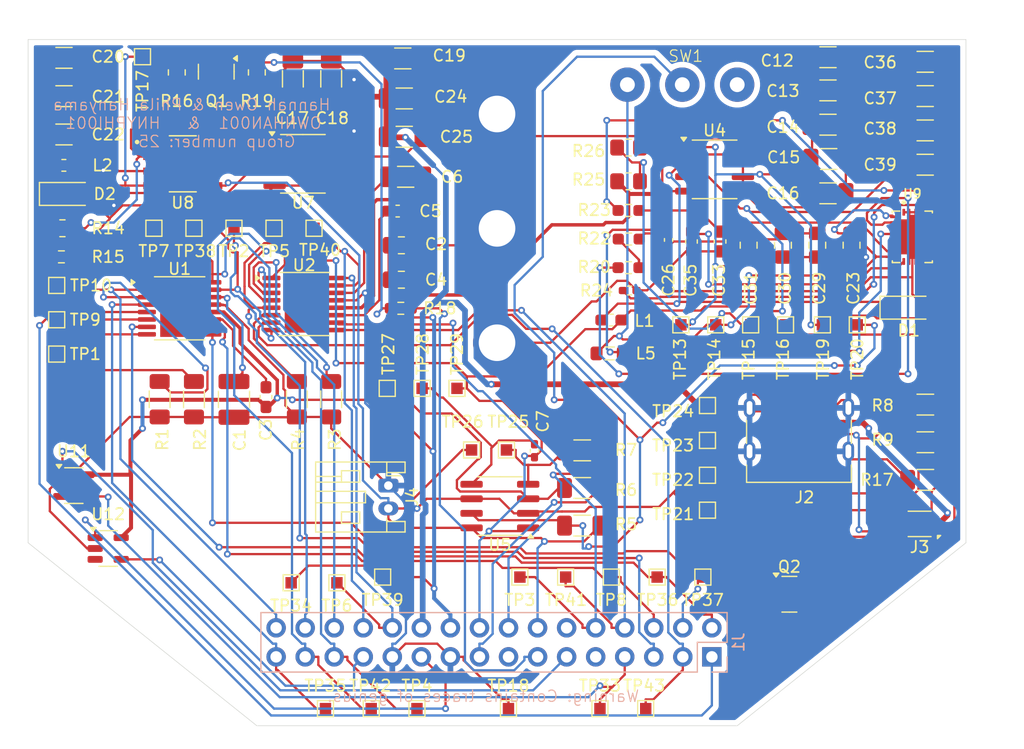
<source format=kicad_pcb>
(kicad_pcb (version 20241229) (generator "pcbnew") (generator_version "9.0")
  (layers (0 "F.Cu" signal) (2 "B.Cu" signal) (13 "F.Paste" user) (15 "B.Paste" user) (5 "F.SilkS" user "F.Silkscreen") (7 "B.SilkS" user "B.Silkscreen") (1 "F.Mask" user) (3 "B.Mask" user) (25 "Edge.Cuts" user))
  (net 0 "")
  (net 1 "GND")
  (net 2 "Net-(U2-AISEN)")
  (net 3 "Net-(U1-VINT)")
  (net 4 "Net-(U1-VCP)")
  (net 5 "Net-(U2-VCP)")
  (net 6 "Net-(U2-VINT)")
  (net 7 "Net-(U5-VS)")
  (net 8 "/USB C/CC1")
  (net 9 "5V_Out")
  (net 10 "HV")
  (net 11 "Net-(D1-K)")
  (net 12 "Net-(D2-K)")
  (net 13 "3V3_Out")
  (net 14 "Net-(Q1-D)")
  (net 15 "CTRL_EXT_LOAD1")
  (net 18 "Vcharge")
  (net 19 "Net-(R14-Pad2)")
  (net 24 "Battery")
  (net 27 "MOTOR1_CTRL1")
  (net 28 "EXT_LOAD1_OUT")
  (net 29 "USART2_TX")
  (net 30 "MOTOR2_A_OUT")
  (net 31 "MOTOR2_CTRL1")
  (net 32 "MOTOR1_B_OUT")
  (net 33 "MOTOR3_CTRL2")
  (net 34 "MOTOR4_A_OUT")
  (net 35 "I2C1_SCL")
  (net 36 "EXT_LOAD2_OUT")
  (net 37 "CTRL_EXT_LOAD2")
  (net 38 "USART2_RX")
  (net 39 "I2C1_SDA")
  (net 40 "MOTOR3_CTRL1")
  (net 41 "RESV")
  (net 42 "MOTOR4_B_OUT")
  (net 43 "MOTOR3_B_OUT")
  (net 44 "MOTOR4_CTRL1")
  (net 45 "MOTOR3_A_OUT")
  (net 46 "MOTOR1_A_OUT")
  (net 47 "/USB C/CC2")
  (net 48 "Net-(Q1-G)")
  (net 49 "Net-(U1-AISEN)")
  (net 50 "Net-(U2-BISEN)")
  (net 51 "Vswitch")
  (net 52 "Net-(U5-SDA)")
  (net 53 "Net-(U5-SCL)")
  (net 54 "Net-(U1-~{NFAULT})")
  (net 55 "unconnected-(U1-EXP-Pad17)")
  (net 56 "unconnected-(U2-EXP-Pad17)")
  (net 57 "Net-(U9-SW_4)")
  (net 58 "Net-(U9-BOOT)")
  (net 59 "Net-(C33-Pad1)")
  (net 60 "Net-(U9-SS)")
  (net 61 "VCC")
  (net 62 "Net-(U9-FSW)")
  (net 63 "Net-(R20-Pad1)")
  (net 64 "Net-(U9-COMP)")
  (net 65 "Net-(U9-ILIM)")
  (net 66 "Vprog")
  (net 78 "/3V3 and 5V output/FB")
  (net 79 "FAST_CHARGE_CTRL")
  (net 80 "MOTOR2_CTRL2")
  (net 81 "MOTOR2_B_OUT")
  (net 82 "MOTOR4_CTRL2")
  (net 83 "MOTOR1_CTRL2")
  (net 84 "Net-(U1-BISEN)")
  (net 85 "Net-(U2-~{NFAULT})")
  (net 86 "Net-(J3-VSET)")
  (net 89 "Net-(J2-CC2)")
  (net 90 "Net-(J2-CC1)")
  (footprint "Capacitor_SMD:C_1206_3216Metric_Pad1.33x1.80mm_HandSolder" (layer "F.Cu") (at 112.1375 70.3)
    (property "Reference" "C22")
    (property "Value" "100uF")
  )
  (footprint "Capacitor_SMD:C_1206_3216Metric_Pad1.33x1.80mm_HandSolder" (layer "F.Cu") (at 112.1375 63.6)
    (property "Reference" "C20")
    (property "Value" "100uF")
  )
  (footprint "Resistor_SMD:R_1206_3216Metric_Pad1.30x1.75mm_HandSolder" (layer "F.Cu") (at 123.5 93.45 -90)
    (property "Reference" "R2")
    (property "Value" "1")
  )
  (footprint "TestPoint:TestPoint_Pad_1.0x1.0mm" (layer "F.Cu") (at 150.825 97.885 -90)
    (property "Reference" "TP25")
    (property "Value" "TestPoint")
  )
  (footprint "TestPoint:TestPoint_Pad_1.0x1.0mm" (layer "F.Cu") (at 168.4 94 180)
    (property "Reference" "TP24")
    (property "Value" "TestPoint")
  )
  (footprint "TestPoint:TestPoint_Pad_1.0x1.0mm" (layer "F.Cu") (at 168.4 100.1 180)
    (property "Reference" "TP22")
    (property "Value" "TestPoint")
  )
  (footprint "TestPoint:TestPoint_Pad_1.0x1.0mm" (layer "F.Cu") (at 168.4 103.15 180)
    (property "Reference" "TP21")
    (property "Value" "TestPoint")
  )
  (footprint "Resistor_SMD:R_1206_3216Metric_Pad1.30x1.75mm_HandSolder" (layer "F.Cu") (at 120.5 93.45 -90)
    (property "Reference" "R1")
    (property "Value" "1")
  )
  (footprint "TPS61088RHLR:TPS61088RHLR" (layer "F.Cu") (at 186.315 79.25)
    (property "Reference" "U9")
    (property "Value" "TPS61088RHLR")
  )
  (footprint "TestPoint:TestPoint_Pad_1.0x1.0mm" (layer "F.Cu") (at 127 78.5 90)
    (property "Reference" "TP2")
    (property "Value" "TestPoint")
  )
  (footprint "Capacitor_SMD:C_1206_3216Metric_Pad1.33x1.80mm_HandSolder" (layer "F.Cu") (at 178.9375 63.5447)
    (property "Reference" "C12")
    (property "Value" "100uF")
  )
  (footprint "Capacitor_SMD:C_1206_3216Metric_Pad1.33x1.80mm_HandSolder" (layer "F.Cu") (at 141.7625 63.65)
    (property "Reference" "C19")
    (property "Value" "100uF")
  )
  (footprint "TestPoint:TestPoint_Pad_1.0x1.0mm" (layer "F.Cu") (at 123.5 78.5 -90)
    (property "Reference" "TP38")
    (property "Value" "TestPoint")
  )
  (footprint "Resistor_SMD:R_1206_3216Metric_Pad1.30x1.75mm_HandSolder" (layer "F.Cu") (at 132.5 93.45 -90)
    (property "Reference" "R4")
    (property "Value" "0.4")
  )
  (footprint "Resistor_SMD:R_1206_3216Metric_Pad1.30x1.75mm_HandSolder" (layer "F.Cu") (at 157.45 104.5 180)
    (property "Reference" "R5")
    (property "Value" "0.05")
  )
  (footprint "Resistor_SMD:R_0805_2012Metric_Pad1.20x1.40mm_HandSolder" (layer "F.Cu") (at 161.5 74.3947 180)
    (property "Reference" "R25")
    (property "Value" "150K")
  )
  (footprint "Resistor_SMD:R_1206_3216Metric_Pad1.30x1.75mm_HandSolder" (layer "F.Cu") (at 157.45 101.21 180)
    (property "Reference" "R6")
    (property "Value" "10k")
  )
  (footprint "SWITCH:Untitled" (layer "F.Cu") (at 166.2 65.9447)
    (property "Reference" "SW1")
    (property "Value" "SW_SPDT")
  )
  (footprint "Connector_JST:JST_PH_S2B-PH-K_1x02_P2.00mm_Horizontal" (layer "F.Cu") (at 140.5 101 -90)
    (property "Reference" "J4")
    (property "Value" "Conn_01x02")
  )
  (footprint "TestPoint:TestPoint_Pad_1.0x1.0mm" (layer "F.Cu") (at 143.45 92.5 90)
    (property "Reference" "TP28")
    (property "Value" "TestPoint")
  )
  (footprint "TestPoint:TestPoint_Pad_1.0x1.0mm" (layer "F.Cu") (at 140 109 -90)
    (property "Reference" "TP39")
    (property "Value" "TestPoint")
  )
  (footprint "Capacitor_SMD:C_1206_3216Metric_Pad1.33x1.80mm_HandSolder" (layer "F.Cu") (at 135.5 65.4375 90)
    (property "Reference" "C18")
    (property "Value" "100uF")
  )
  (footprint "Resistor_SMD:R_1206_3216Metric_Pad1.30x1.75mm_HandSolder" (layer "F.Cu") (at 157.45 97.92 180)
    (property "Reference" "R7")
    (property "Value" "10k")
  )
  (footprint "Resistor_SMD:R_0402_1005Metric_Pad0.72x0.64mm_HandSolder" (layer "F.Cu") (at 161.5975 83.9447 180)
    (property "Reference" "R24")
    (property "Value" "100K")
  )
  (footprint "Resistor_SMD:R_0603_1608Metric_Pad0.98x0.95mm_HandSolder" (layer "F.Cu") (at 111.9125 81)
    (property "Reference" "R15")
    (property "Value" "390")
  )
  (footprint "TestPoint:TestPoint_Pad_1.0x1.0mm" (layer "F.Cu") (at 143 120.5 90)
    (property "Reference" "TP4")
    (property "Value" "TestPoint")
  )
  (footprint "Capacitor_SMD:C_0603_1608Metric_Pad1.08x0.95mm_HandSolder" (layer "F.Cu") (at 169.5 79.6572 -90)
    (property "Reference" "C33")
    (property "Value" "1nF")
  )
  (footprint "TestPoint:TestPoint_Pad_1.0x1.0mm" (layer "F.Cu") (at 172.175 86.9447 90)
    (property "Reference" "TP15")
    (property "Value" "TestPoint")
  )
  (footprint "Capacitor_SMD:C_1206_3216Metric_Pad1.33x1.80mm_HandSolder" (layer "F.Cu") (at 141.8875 67.15)
    (property "Reference" "C24")
    (property "Value" "100uF")
  )
  (footprint "TestPoint:TestPoint_Pad_1.0x1.0mm" (layer "F.Cu") (at 119 63.5 90)
    (property "Reference" "TP17")
    (property "Value" "TestPoint")
  )
  (footprint "Resistor_SMD:R_0603_1608Metric_Pad0.98x0.95mm_HandSolder" (layer "F.Cu") (at 141.5875 85.5)
    (property "Reference" "R18")
    (property "Value" "1k")
  )
  (footprint "Capacitor_SMD:C_0402_1005Metric_Pad0.74x0.62mm_HandSolder" (layer "F.Cu") (at 165 79.5197 -90)
    (property "Reference" "C26")
    (property "Value" "0.1uF")
  )
  (footprint "TestPoint:TestPoint_Pad_1.0x1.0mm" (layer "F.Cu") (at 135 120.5 90)
    (property "Reference" "TP35")
    (property "Value" "TestPoint")
  )
  (footprint "Capacitor_SMD:C_0402_1005Metric_Pad0.74x0.62mm_HandSolder" (layer "F.Cu") (at 153.275 97.9525 -90)
    (property "Reference" "C7")
    (property "Value" "100n")
  )
  (footprint "Diode_SMD:D_SOD-123" (layer "F.Cu") (at 112.35 75.5)
    (property "Reference" "D2")
    (property "Value" "D_Schottky")
  )
  (footprint "Package_TO_SOT_SMD:SOT-23" (layer "F.Cu") (at 125.45 64.8125 -90)
    (property "Reference" "Q1")
    (property "Value" "NMOS")
  )
  (footprint "Package_TO_SOT_SMD:SOT-23" (layer "F.Cu") (at 175.5625 110.5)
    (property "Reference" "Q2")
    (property "Value" "NMOS")
  )
  (footprint "Resistor_SMD:R_1206_3216Metric_Pad1.30x1.75mm_HandSolder" (layer "F.Cu") (at 135.5 93.45 -90)
    (property "Reference" "R3")
    (property "Value" "0.4")
  )
  (footprint "Capacitor_SMD:C_1206_3216Metric_Pad1.33x1.80mm_HandSolder" (layer "F.Cu") (at 178.9375 69.4447)
    (property "Reference" "C14")
    (property "Value" "100uF")
  )
  (footprint "Capacitor_SMD:C_1206_3216Metric_Pad1.33x1.80mm_HandSolder" (layer "F.Cu") (at 179 72.4447)
    (property "Reference" "C15")
    (property "Value" "100uF")
  )
  (footprint "TestPoint:TestPoint_Pad_1.0x1.0mm" (layer "F.Cu") (at 134 78.5 -90)
    (property "Reference" "TP40")
    (property "Value" "TestPoint")
  )
  (footprint "TestPoint:TestPoint_Pad_1.0x1.0mm" (layer "F.Cu") (at 111.5 89.5 90)
    (property "Reference" "TP1")
    (property "Value" "TestPoint")
  )
  (footprint "TestPoint:TestPoint_Pad_1.0x1.0mm" (layer "F.Cu") (at 166.075 86.9447 90)
    (property "Reference" "TP13")
    (property "Value" "TestPoint")
  )
  (footprint "Capacitor_SMD:C_1206_3216Metric_Pad1.33x1.80mm_HandSolder" (layer "F.Cu") (at 178.9375 66.4447)
    (property "Reference" "C13")
    (property "Value" "100uF")
  )
  (footprint "Capacitor_SMD:C_1206_3216Metric_Pad1.33x1.80mm_HandSolder" (layer "F.Cu") (at 112.1375 66.95)
    (property "Reference" "C21")
    (property "Value" "100uF")
  )
  (footprint "Resistor_SMD:R_0805_2012Metric_Pad1.20x1.40mm_HandSolder" (layer "F.Cu") (at 122 64.875 90)
    (property "Reference" "R16")
    (property "Value" "2.7k")
  )
  (footprint "Capacitor_SMD:C_1206_3216Metric_Pad1.33x1.80mm_HandSolder" (layer "F.Cu") (at 142.0125 74)
    (property "Reference" "C6")
    (property "Value" "2.2μ")
  )
  (footprint "Capacitor_SMD:C_0805_2012Metric_Pad1.18x1.45mm_HandSolder" (layer "F.Cu") (at 141.6375 79.99)
    (property "Reference" "C2")
    (property "Value" "10μ")
  )
  (footprint "TestPoint:TestPoint_Pad_1.0x1.0mm" (layer "F.Cu") (at 178.45 86.9447 90)
    (property "Reference" "TP19")
    (property "Value" "TestPoint")
  )
  (footprint "Capacitor_SMD:C_0603_1608Metric_Pad1.08x0.95mm_HandSolder" (layer "F.Cu") (at 167 79.6572 -90)
    (property "Reference" "C35")
    (property "Value" "47nF")
  )
  (footprint "Package_SO:HTSSOP-16-1EP_4.4x5mm_P0.65mm_EP3.4x5mm_Mask2.46x2.31mm" (layer "F.Cu") (at 133.1375 85.125)
    (property "Reference" "U2")
    (property "Value" "auxilliary motors")
  )
  (footprint "Capacitor_SMD:C_0603_1608Metric_Pad1.08x0.95mm_HandSolder" (layer "F.Cu") (at 129.8 93.2625 -90)
    (property "Reference" "C3")
    (property "Value" "10n")
  )
  (footprint "TestPoint:TestPoint_Pad_1.0x1.0mm" (layer "F.Cu") (at 164 109 -90)
    (property "Reference" "TP36")
    (property "Value" "TestPoint")
  )
  (footprint "Resistor_SMD:R_0805_2012Metric_Pad1.20x1.40mm_HandSolder" (layer "F.Cu") (at 129 64.875 -90)
    (property "Reference" "R19")
    (property "Value" "10k")
  )
  (footprint "Package_SO:SOIC-8_3.9x4.9mm_P1.27mm" (layer "F.Cu") (at 169.025 73.3497)
    (property "Reference" "U4")
    (property "Value" "XL1509-3.3")
  )
  (footprint "TestPoint:TestPoint_Pad_1.0x1.0mm" (layer "F.Cu") (at 120 78.5 -90)
    (property "Reference" "TP7")
    (property "Value" "TestPoint")
  )
  (footprint "TestPoint:TestPoint_Pad_1.0x1.0mm" (layer "F.Cu") (at 168 109)
    (property "Reference" "TP37")
    (property "Value" "TestPoint")
  )
  (footprint "Capacitor_SMD:C_1206_3216Metric_Pad1.33x1.80mm_HandSolder" (layer "F.Cu") (at 187.4375 69.9447)
    (property "Reference" "C38")
    (property "Value" "100uF")
  )
  (footprint "Inductor_SMD:L_0805_2012Metric_Pad1.05x1.20mm_HandSolder" (layer "F.Cu") (at 159.85 89.4447)
    (property "Reference" "L5")
    (property "Value" "1.2uH")
  )
  (footprint "Resistor_SMD:R_1206_3216Metric_Pad1.30x1.75mm_HandSolder" (layer "F.Cu") (at 187.45 100.5)
    (property "Reference" "R17")
    (property "Value" "75k")
  )
  (footprint "TestPoint:TestPoint_Pad_1.0x1.0mm" (layer "F.Cu") (at 136 109.5 -90)
    (property "Reference" "TP6")
    (property "Value" "TestPoint")
  )
  (footprint "Capacitor_SMD:C_0805_2012Metric_Pad1.18x1.45mm_HandSolder" (layer "F.Cu") (at 175 79.9822 -90)
    (property "Reference" "C30")
    (property "Value" "22uF")
  )
  (footprint "Capacitor_SMD:C_0805_2012Metric_Pad1.18x1.45mm_HandSolder" (layer "F.Cu") (at 178 79.9822 -90)
    (property "Reference" "C29")
    (property "Value" "22uF")
  )
  (footprint "TestPoint:TestPoint_Pad_1.0x1.0mm" (layer "F.Cu") (at 111.5 83.5 180)
    (property "Reference" "TP10")
    (property "Value" "TestPoint")
  )
  (footprint "Resistor_SMD:R_0805_2012Metric_Pad1.20x1.40mm_HandSolder" (layer "F.Cu") (at 161.5 71.4447 180)
    (property "Reference" "R26")
    (property "Value" "47K")
  )
  (footprint "Package_SO:HTSSOP-16-1EP_4.4x5mm_P0.65mm_EP3.4x5mm_Mask2.46x2.31mm" (layer "F.Cu") (at 122.25 85.5)
    (property "Reference" "U1")
    (property "Value" "Primary motors")
  )
  (footprint "Inductor_SMD:L_0603_1608Metric_Pad1.05x0.95mm_HandSolder" (layer "F.Cu") (at 160 86.5247)
    (property "Reference" "L1")
    (property "Value" "22uH")
  )
  (footprint "Diode_SMD:D_SOD-123" (layer "F.Cu") (at 185.85 85.4447)
    (property "Reference" "D1")
    (property "Value" "D_Schottky")
  )
  (footprint "TestPoint:TestPoint_Pad_1.0x1.0mm" (layer "F.Cu") (at 130.5 78.5 -90)
    (property "Reference" "TP5")
    (property "Value" "TestPoint")
  )
  (footprint "Capacitor_SMD:C_0805_2012Metric_Pad1.18x1.45mm_HandSolder" (layer "F.Cu") (at 172 79.9822 -90)
    (property "Reference" "C31")
    (property "Value" "22uF")
  )
  (footprint "Capacitor_SMD:C_1206_3216Metric_Pad1.33x1.80mm_HandSolder" (layer "F.Cu") (at 132.15 65.4375 90)
    (property "Reference" "C17")
    (property "Value" "100uF")
  )
  (footprint "Package_TO_SOT_SMD:TSOT-23-5" (layer "F.Cu") (at 113 101)
    (property "Reference" "U11")
    (property "Value" "RT9742CGJ5")
  )
  (footprint "Resistor_SMD:R_0805_2012Metric_Pad1.20x1.40mm_HandSolder" (layer "F.Cu") (at 112 78.5 180)
    (property "Reference" "R14")
    (property "Value" "5.1k")
  )
  (footprint "TestPoint:TestPoint_Pad_1.0x1.0mm" (layer "F.Cu") (at 156 109 -90)
    (property "Reference" "TP41")
    (property "Value" "TestPoint")
  )
  (footprint "Inductor_SMD:L_0603_1608Metric_Pad1.05x0.95mm_HandSolder" (layer "F.Cu") (at 112.125 73 180)
    (property "Reference" "L2")
    (property "Value" "22uH")
  )
  (footprint "Resistor_SMD:R_0603_1608Metric_Pad0.98x0.95mm_HandSolder" (layer "F.Cu") (at 161.515 79.4447 180)
    (property "Reference" "R22")
    (property "Value" "220K")
  )
  (footprint "TestPoint:TestPoint_Pad_1.0x1.0mm" (layer "F.Cu") (at 152 109 -90)
    (property "Reference" "TP3")
    (property "Value" "TestPoint")
  )
  (footprint "TestPoint:TestPoint_Pad_1.0x1.0mm" (layer "F.Cu") (at 160 109 -90)
    (property "Reference" "TP8")
    (property "Value" "TestPoint")
  )
  (footprint "Connector_USB:USB_C_Receptacle_HRO_TYPE-C-31-M-17" (layer "F.Cu") (at 176.4 97.2073)
    (property "Reference" "J2")
    (property "Value" "54-00285")
  )
  (footprint "Capacitor_SMD:C_1206_3216Metric_Pad1.33x1.80mm_HandSolder" (layer "F.Cu") (at 187.4375 66.9447)
    (property "Reference" "C37")
    (property "Value" "100uF")
  )
  (footprint "TP4056-42-ESOP8:SOIC127P600X175-9N" (layer "F.Cu") (at 122.525 72.865)
    (property "Reference" "U8")
    (property "Value" "TP4056-42-ESOP8")
  )
  (footprint "TestPoint:TestPoint_Pad_1.0x1.0mm" (layer "F.Cu") (at 175.225 86.9447 90)
    (property "Reference" "TP16")
    (property "Value" "TestPoint")
  )
  (footprint "TestPoint:TestPoint_Pad_1.0x1.0mm" (layer "F.Cu") (at 132 109.5 -90)
    (property "Reference" "TP34")
    (property "Value" "TestPoint")
  )
  (footprint "Capacitor_SMD:C_0805_2012Metric_Pad1.18x1.45mm_HandSolder" (layer "F.Cu") (at 141.6375 83)
    (property "Reference" "C4")
    (property "Value" "10μ")
  )
  (footprint "TestPoint:TestPoint_Pad_1.0x1.0mm" (layer "F.Cu") (at 168.4 97.05 180)
    (property "Reference" "TP23")
    (property "Value" "TestPoint")
  )
  (footprint "Capacitor_SMD:C_1206_3216Metric_Pad1.33x1.80mm_HandSolder" (layer "F.Cu") (at 178.9375 75.4447)
    (property "Reference" "C16")
    (property "Value" "100uF")
  )
  (footprint "TestPoint:TestPoint_Pad_1.0x1.0mm" (layer "F.Cu") (at 140.4 92.5 90)
    (property "Reference" "TP27")
    (property "Value" "TestPoint")
  )
  (footprint "TestPoint:TestPoint_Pad_1.0x1.0mm" (layer "F.Cu") (at 146.5 92.5 90)
    (property "Reference" "TP29")
    (property "Value" "TestPoint")
  )
  (footprint "Resistor_SMD:R_0603_1608Metric_Pad0.98x0.95mm_HandSolder" (layer "F.Cu") (at 161.5 81.9447 180)
    (property "Reference" "R20")
    (property "Value" "33K")
  )
  (footprint "Resistor_SMD:R_1206_3216Metric_Pad1.30x1.75mm_HandSolder" (layer "F.Cu") (at 187.45 93.92)
    (property "Reference" "R8")
    (property "Value" "10k")
  )
  (footprint "Capacitor_SMD:C_0603_1608Metric_Pad1.08x0.95mm_HandSolder" (layer "F.Cu") (at 141.3125 77)
    (property "Reference" "C5")
    (property "Value" "10n")
  )
  (footprint "TestPoint:TestPoint_Pad_1.0x1.0mm" (layer "F.Cu") (at 139 120.5 90)
    (property "Reference" "TP42")
    (property "Value" "TestPoint")
  )
  (footprint "Capacitor_SMD:C_1206_3216Metric_Pad1.33x1.80mm_HandSolder" (layer "F.Cu") (at 187.4375 72.9447)
    (property "Reference" "C39")
    (property "Value" "100uF")
  )
  (footprint "Capacitor_SMD:C_1210_3225Metric_Pad1.33x2.70mm_HandSolder" (layer "F.Cu") (at 127 93.4625 -90)
    (property "Reference" "C1")
    (property "Value" "2.2μ")
  )
  (footprint "Package_SO:SOIC-8_3.9x4.9mm_P1.27mm" (layer "F.Cu") (at 133.025 72.865)
    (property "Reference" "U7")
    (property "Value" "XL1509-5.0")
  )
  (footprint "Package_TO_SOT_SMD:TSOT-23-5" (layer "F.Cu") (at 116 106.5)
    (property "Reference" "U12")
    (property "Value" "RT9742CGJ5")
  )
  (footprint "TestPoint:TestPoint_Pad_1.0x1.0mm" (layer "F.Cu") (at 111.5 86.5)
    (property "Reference" "TP9")
    (property "Value" "TestPoint")
  )
  (footprint "TestPoint:TestPoint_Pad_1.0x1.0mm" (layer "F.Cu") (at 163 120.5 90)
    (property "Reference" "TP43")
    (property "Value" "TestPoint")
  )
  (footprint "TestPoint:TestPoint_Pad_1.0x1.0mm" (layer "F.Cu") (at 159 120.5 -90)
    (property "Reference" "TP33")
    (property "Value" "TestPoint")
  )
  (footprint "Package_SO:SOIC-8_3.9x4.9mm_P1.27mm" (layer "F.Cu") (at 150.25 102.79 180)
    (property "Reference" "U5")
    (property "Value" "INA219AIDR")
  )
  (footprint "Capacitor_SMD:C_0805_2012Metric_Pad1.18x1.45mm_HandSolder" (layer "F.Cu") (at 181 79.9822 -90)
    (property "Reference" "C23")
    (property "Value" "10uF")
  )
  (footprint "TestPoint:TestPoint_Pad_1.0x1.0mm" (layer "F.Cu") (at 151 120.5 90)
    (property "Reference" "TP18")
    (property "Value" "TestPoint")
  )
  (footprint "Resistor_SMD:R_1206_3216Metric_Pad1.30x1.75mm_HandSolder" (layer "F.Cu") (at 187.45 97.21)
    (property "Reference" "R9")
    (property "Value" "10k")
  )
  (footprint "Resistor_SMD:R_0603_1608Metric_Pad0.98x0.95mm_HandSolder" (layer "F.Cu") (at 161.5 76.9447 180)
    (property "Reference" "R23")
    (property "Value" "68K")
  )
  (footprint "TestPoint:TestPoint_Pad_1.0x1.0mm" (layer "F.Cu") (at 147.775 97.885 -90)
    (property "Reference" "TP26")
    (property "Value" "TestPoint")
  )
  (footprint "Capacitor_SMD:C_1206_3216Metric_Pad1.33x1.80mm_HandSolder" (layer "F.Cu") (at 141.8875 70.5)
    (property "Reference" "C25")
    (property "Value" "100uF")
  )
  (footprint "Capacitor_SMD:C_1206_3216Metric_Pad1.33x1.80mm_HandSolder" (layer "F.Cu") (at 187.4375 63.9447)
    (property "Reference" "C36")
    (property "Value" "100uF")
  )
  (footprint "Package_DFN_QFN:DFN-6-1EP_2x2mm_P0.65mm_EP1x1.6mm" (layer "F.Cu") (at 186.95 104.35 180)
    (property "Reference" "J3")
    (property "Value" "HUSB237")
  )
  (footprint "TestPoint:TestPoint_Pad_1.0x1.0mm" (layer "F.Cu") (at 181.5 86.9447 90)
    (property "Reference" "TP20")
    (property "Value" "TestPoint")
  )
  (footprint "TestPoint:TestPoint_Pad_1.0x1.0mm" (layer "F.Cu") (at 169.125 86.9447 90)
    (property "Reference" "TP14")
    (property "Value" "TestPoint")
  )
  (footprint "Connector_PinHeader_2.54mm:PinHeader_2x16_P2.54mm_Vertical" (layer "B.Cu") (at 168.785 115.975 90)
    (property "Reference" "J1")
    (property "Value" "Conn_02x16_Odd_Even")
  )
  (gr_line (start 171 122) (end 129 122) (stroke (width 0.05)) (layer "Edge.Cuts"))
  (gr_line (start 109 106) (end 129 122) (stroke (width 0.05)) (layer "Edge.Cuts"))
  (gr_line (start 109 62) (end 191 62) (stroke (width 0.05)) (layer "Edge.Cuts"))
  (gr_line (start 109 106) (end 109 62) (stroke (width 0.05)) (layer "Edge.Cuts"))
  (gr_line (start 191 106) (end 191 62) (stroke (width 0.05)) (layer "Edge.Cuts"))
  (gr_line (start 191 106) (end 171 122) (stroke (width 0.05)) (layer "Edge.Cuts"))
  (gr_text "Hannah Owen & Phila Hanyama\n OWNHAN001  &   HNYPHI001\n    Group number: 25" (at 135.5 71.5 0) (layer "B.SilkS") (effects (font (size 1 1) (thickness 0.1)) (justify left bottom mirror)))
  (gr_text "Warning: Contains traces of genius." (at 162.5 120 0) (layer "B.SilkS") (effects (font (size 1 1) (thickness 0.1)) (justify left bottom mirror)))
  (segment (start 126.207 85.2181) (end 127.219 86.2293) (width 0.2) (layer "F.Cu") (net 1))
  (segment (start 116.126 77.6989) (end 116.126 77.6261) (width 0.2) (layer "F.Cu") (net 1))
  (segment (start 116.199989 72.8) (end 116.2 72.8) (width 0.2) (layer "F.Cu") (net 1))
  (segment (start 189 69.9447) (end 189 66.9447) (width 0.2) (layer "F.Cu") (net 1))
  (segment (start 172.678 93.0556) (end 173.65 94.0273) (width 0.2) (layer "F.Cu") (net 1))
  (segment (start 144.81 69.14) (end 144.81 68.51) (width 0.2) (layer "F.Cu") (net 1))
  (segment (start 189 66.9447) (end 189 63.9447) (width 0.2) (layer "F.Cu") (net 1))
  (segment (start 172.08 93.0556) (end 172.678 93.0556) (width 0.2) (layer "F.Cu") (net 1))
  (segment (start 158.699 84.8998) (end 158.274 84.8998) (width 0.2) (layer "F.Cu") (net 1))
  (segment (start 117.883032 95) (end 120.5 95) (width 0.2) (layer "F.Cu") (net 1))
  (segment (start 181.038 98.7045) (end 181.038 98.7046) (width 0.2) (layer "F.Cu") (net 1))
  (segment (start 143.575 74) (end 141.805 72.23) (width 0.2) (layer "F.Cu") (net 1))
  (segment (start 135.5 96) (end 135.5 95) (width 0.2) (layer "F.Cu") (net 1))
  (segment (start 125.575 65.875) (end 129 65.875) (width 0.2) (layer "F.Cu") (net 1))
  (segment (start 113.7 66.95) (end 113.7 63.6) (width 0.2) (layer "F.Cu") (net 1))
  (segment (start 110.899 101.301001) (end 110.899 103.2345) (width 0.2) (layer "F.Cu") (net 1))
  (segment (start 143.45 70.585) (end 143.45 70.5) (width 0.2) (layer "F.Cu") (net 1))
  (segment (start 167.746 99.2795) (end 171.396 99.2795) (width 0.2) (layer "F.Cu") (net 1))
  (segment (start 180.075 81.0197) (end 178 78.9447) (width 0.2) (layer "F.Cu") (net 1))
  (segment (start 141.805 72.23) (end 143.45 70.585) (width 0.2) (layer "F.Cu") (net 1))
  (segment (start 180.72 94.68) (end 180.72 94.2073) (width 0.2) (layer "F.Cu") (net 1))
  (segment (start 166.53 80.5197) (end 164.5289 82.5206) (width 0.2) (layer "F.Cu") (net 1))
  (segment (start 131.5 92.71116) (end 131.5 94) (width 0.2) (layer "F.Cu") (net 1))
  (segment (start 186.315 77.85) (end 187.065 77.1) (width 0.2) (layer "F.Cu") (net 1))
  (segment (start 127.219 86.2293) (end 127.219 86.2301) (width 0.2) (layer "F.Cu") (net 1))
  (segment (start 140.5 101) (end 135.5 96) (width 0.2) (layer "F.Cu") (net 1))
  (segment (start 137.703921 84.8) (end 136 84.8) (width 0.2) (layer "F.Cu") (net 1))
  (segment (start 113.7 66.95) (end 113.7 70.3) (width 0.2) (layer "F.Cu") (net 1))
  (segment (start 182.672 82.7827) (end 181.4547 84) (width 0.2) (layer "F.Cu") (net 1))
  (segment (start 180.72 94.2073) (end 180.72 93.5283) (width 0.2) (layer "F.Cu") (net 1))
  (segment (start 147.077 115.975) (end 147.077 116.276) (width 0.2) (layer "F.Cu") (net 1))
  (segment (start 172.373 94.5) (end 172.08 94.2073) (width 0.2) (layer "F.Cu") (net 1))
  (segment (start 114.1645 106.5) (end 114.8625 106.5) (width 0.2) (layer "F.Cu") (net 1))
  (segment (start 116.126 77.6261) (end 114 75.5) (width 0.2) (layer "F.Cu") (net 1))
  (segment (start 141.805 72.23) (end 135.5 72.23) (width 0.2) (layer "F.Cu") (net 1))
  (segment (start 165.423 101.603) (end 164.161 102.864) (width 0.2) (layer "F.Cu") (net 1))
  (segment (start 180.5 66.4447) (end 180.5 69.4447) (width 0.2) (layer "F.Cu") (net 1))
  (segment (start 116.2 72.8) (end 113.7 70.3) (width 0.2) (layer "F.Cu") (net 1))
  (segment (start 184.105 98.7046) (end 185.9 100.5) (width 0.2) (layer "F.Cu") (net 1))
  (segment (start 115.568687 73.431302) (end 116.199989 72.8) (width 0.2) (layer "F.Cu") (net 1))
  (segment (start 117.2524 76.5) (end 116.528 77.2244) (width 0.2) (layer "F.Cu") (net 1))
  (segment (start 162.195 83.9447) (end 161.3489 83.0986) (width 0.2) (layer "F.Cu") (net 1))
  (segment (start 180.72 93.5283) (end 180.122 93.5283) (width 0.2) (layer "F.Cu") (net 1))
  (segment (start 131.324 92.53516) (end 131.5 92.71116) (width 0.2) (layer "F.Cu") (net 1))
  (segment (start 179.386 94.2636) (end 179.386 94.2637) (width 0.2) (layer "F.Cu") (net 1))
  (segment (start 171.5 72.7147) (end 171.5 73.9847) (width 0.2) (layer "F.Cu") (net 1))
  (segment (start 172.26 94.5) (end 172.08 94.68) (width 0.2) (layer "F.Cu") (net 1))
  (segment (start 112.826 100.390968) (end 112.826 100.057032) (width 0.2) (layer "F.Cu") (net 1))
  (segment (start 112.216968 101) (end 112.826 100.390968) (width 0.2) (layer "F.Cu") (net 1))
  (segment (start 179.15 94.0273) (end 179.386 94.2636) (width 0.2) (layer "F.Cu") (net 1))
  (segment (start 126.0209 85.175) (end 126.064 85.2181) (width 0.2) (layer "F.Cu") (net 1))
  (segment (start 143.505 63.83) (end 143.325 63.65) (width 0.2) (layer "F.Cu") (net 1))
  (segment (start 151.9315 70.4415) (end 150 68.51) (width 0.2) (layer "F.Cu") (net 1))
  (segment (start 186.386 105.477) (end 169.297 105.477) (width 0.2) (layer "F.Cu") (net 1))
  (segment (start 180.562 72.4447) (end 180.5 72.4447) (width 0.2) (layer "F.Cu") (net 1))
  (segment (start 164.527 75.2547) (end 166.55 75.2547) (width 0.2) (layer "F.Cu") (net 1))
  (segment (start 164.447 73.1421) (end 164.447 75.1744) (width 0.2) (layer "F.Cu") (net 1))
  (segment (start 148.52 79.99) (end 150 78.51) (width 0.2) (layer "F.Cu") (net 1))
  (segment (start 143.845 102.155) (end 147.775 102.155) (width 0.2) (layer "F.Cu") (net 1))
  (segment (start 180.72 98.48) (end 180.72 98.3862) (width 0.2) (layer "F.Cu") (net 1))
  (segment (start 143 103) (end 143.845 102.155) (width 0.2) (layer "F.Cu") (net 1))
  (segment (start 152.884 103.266) (end 152.725 103.425) (width 0.2) (layer "F.Cu") (net 1))
  (segment (start 181.4547 84) (end 165 84) (width 0.2) (layer "F.Cu") (net 1))
  (segment (start 179.28 76.6645) (end 172.91 76.6645) (width 0.2) (layer "F.Cu") (net 1))
  (segment (start 135.5 63.875) (end 135.875 63.875) (width 0.2) (layer "F.Cu") (net 1))
  (segment (start 189 69.9447) (end 189 72.9447) (width 0.2) (layer "F.Cu") (net 1))
  (segment (start 186.315 82.7827) (end 182.672 82.7827) (width 0.2) (layer "F.Cu") (net 1))
  (segment (start 158.274 84.8998) (end 154.664 88.51) (width 0.2) (layer "F.Cu") (net 1))
  (segment (start 154.664 88.51) (end 150 88.51) (width 0.2) (layer "F.Cu") (net 1))
  (segment (start 163.125 83.9243) (end 162.175 83.9243) (width 0.2) (layer "F.Cu") (net 1))
  (segment (start 137.5 70) (end 136.54 70.96) (width 0.2) (layer "F.Cu") (net 1))
  (segment (start 162.175 83.9243) (end 162.195 83.9447) (width 0.2) (layer "F.Cu") (net 1))
  (segment (start 135.875 63.875) (end 137.5 65.5) (width 0.2) (layer "F.Cu") (net 1))
  (segment (start 142.675 83) (end 142.675 79.99) (width 0.2) (layer "F.Cu") (net 1))
  (segment (start 120.5 95) (end 123.5 95) (width 0.2) (layer "F.Cu") (net 1))
  (segment (start 172.08 99.6317) (end 172.08 98.0073) (width 0.2) (layer "F.Cu") (net 1))
  (segment (start 171.396 99.2795) (end 171.748 99.6317) (width 0.2) (layer "F.Cu") (net 1))
  (segment (start 186.95 104.35) (end 186.95 105.452) (width 0.2) (layer "F.Cu") (net 1))
  (segment (start 135.5 70.96) (end 135.5 72.23) (width 0.2) (layer "F.Cu") (net 1))
  (segment (start 125.156 85.2181) (end 126.064 85.2181) (width 0.2) (layer "F.Cu") (net 1))
  (segment (start 111.8625 101) (end 111.200001 101) (width 0.2) (layer "F.Cu") (net 1))
  (segment (start 187.5 85.4447) (end 186.315 84.2597) (width 0.2) (layer "F.Cu") (net 1))
  (segment (start 125.45 65.75) (end 125.575 65.875) (width 0.2) (layer "F.Cu") (net 1))
  (segment (start 135.5 72.23) (end 135.5 73.5) (width 0.2) (layer "F.Cu") (net 1))
  (segment (start 125.112 85.175) (end 125.156 85.2181) (width 0.2) (layer "F.Cu") (net 1))
  (segment (start 169.297 105.477) (end 165.423 101.603) (width 0.2) (layer "F.Cu") (net 1))
  (segment (start 181.317 62.7275) (end 180.5 63.5447) (width 0.2) (layer "F.Cu") (net 1))
  (segment (start 179.386 94.2637) (end 179.15 94.5) (width 0.2) (layer "F.Cu") (net 1))
  (segment (start 116.528 76.528) (end 116.5 76.5) (width 0.2) (layer "F.Cu") (net 1))
  (segment (start 165.542 72.047) (end 164.447 73.1421) (width 0.2) (layer "F.Cu") (net 1))
  (segment (start 178 78.9447) (end 175 78.9447) (width 0.2) (layer "F.Cu") (net 1))
  (segment (start 186.411 105.452) (end 186.386 105.477) (width 0.2) (layer "F.Cu") (net 1))
  (segment (start 186.95 105.452) (end 186.411 105.452) (width 0.2) (layer "F.Cu") (net 1))
  (segment (start 127 95.025) (end 132.475 95.025) (width 0.2) (layer "F.Cu") (net 1))
  (segment (start 110.899 103.2345) (end 114.1645 106.5) (width 0.2) (layer "F.Cu") (net 1))
  (segment (start 131.5 94) (end 132.5 95) (width 0.2) (layer "F.Cu") (net 1))
  (segment (start 163.2486 70.4415) (end 151.9315 70.4415) (width 0.2) (layer "F.Cu") (net 1))
  (segment (start 172.91 76.6645) (end 171.5 75.2547) (width 0.2) (layer "F.Cu") (net 1))
  (segment (start 181 81.0197) (end 181.0096 81.0293) (width 0.2) (layer "F.Cu") (net 1))
  (segment (start 180.562 72.4447) (end 180.5625 72.4447) (width 0.2) (layer "F.Cu") (net 1))
  (segment (start 111.200001 101) (end 110.899 101.301001) (width 0.2) (layer "F.Cu") (net 1))
  (segment (start 180.72 98.3862) (end 181.038 98.7045) (width 0.2) (layer "F.Cu") (net 1))
  (segment (start 186.315 79.25) (end 186.315 77.85) (width 0.2) (layer "F.Cu") (net 1))
  (segment (start 127.219 86.2301) (end 127.7037 86.7148) (width 0.2) (layer "F.Cu") (net 1))
  (segment (start 172.08 98.0073) (end 180.72 98.0073) (width 0.2) (layer "F.Cu") (net 1))
  (segment (start 127.704 86.7148) (end 128.285 87.2958) (width 0.2) (layer "F.Cu") (net 1))
  (segment (start 187.783 62.7275) (end 181.317 62.7275) (width 0.2) (layer "F.Cu") (net 1))
  (segment (start 180.5 75.4447) (end 179.28 76.6645) (width 0.2) (layer "F.Cu") (net 1))
  (segment (start 135.5 73.5) (end 135.5 74.77) (width 0.2) (layer "F.Cu") (net 1))
  (segment (start 120.05 73.5) (end 116.9 73.5) (width 0.2) (layer "F.Cu") (net 1))
  (segment (start 131.324 91.3246) (end 131.324 92.53516) (width 0.2) (layer "F.Cu") (net 1))
  (segment (start 171.5 73.9847) (end 171.5 75.2547) (width 0.2) (layer "F.Cu") (net 1))
  (segment (start 167 80.5197) (end 166.53 80.5197) (width 0.2) (layer "F.Cu") (net 1))
  (segment (start 143.45 63.885) (end 143.45 67.15) (width 0.2) (layer "F.Cu") (net 1))
  (segment (start 128.285 87.2958) (end 128.285 88.2856) (width 0.2) (layer "F.Cu") (net 1))
  (segment (start 180.122 93.5283) (end 179.386 94.2637) (width 0.2) (layer "F.Cu") (net 1))
  (segment (start 180.5 69.4447) (end 180.5 72.4447) (width 0.2) (layer "F.Cu") (net 1))
  (segment (start 151.48 103.425) (end 150.21 102.155) (width 0.2) (layer "F.Cu") (net 1))
  (segment (start 165.423 101.603) (end 167.746 99.2795) (width 0.2) (layer "F.Cu") (net 1))
  (segment (start 132.15 63.875) (end 135.5 63.875) (width 0.2) (layer "F.Cu") (net 1))
  (segment (start 126.064 85.2181) (end 126.207 85.2181) (width 0.2) (layer "F.Cu") (net 1))
  (segment (start 142.675 79.99) (end 148.52 79.99) (width 0.2) (layer "F.Cu") (net 1))
  (segment (start 161.3489 83.0986) (end 160.5 83.0986) (width 0.2) (layer "F.Cu") (net 1))
  (segment (start 147.077 116.276) (end 150.499 119.698) (width 0.2) (layer "F.Cu") (net 1))
  (segment (start 163.5686 70.7615) (end 163.183 70.7615) (width 0.2) (layer "F.Cu") (net 1))
  (segment (start 111.8625 101) (end 112.216968 101) (width 0.2) (layer "F.Cu") (net 1))
  (segment (start 116.528 77.2244) (end 116.126 77.6261) (width 0.2) (layer "F.Cu") (net 1))
  (segment (start 135.5 74.77) (end 130.55 74.77) (width 0.2) (layer "F.Cu") (net 1))
  (segment (start 181 81.0197) (end 180.075 81.0197) (width 0.2) (layer "F.Cu") (net 1))
  (segment (start 144.81 68.51) (end 143.45 67.15) (width 0.2) (layer "F.Cu") (net 1))
  (segment (start 150.21 102.155) (end 147.775 102.155) (width 0.2) (layer "F.Cu") (net 1))
  (segment (start 128.285 88.2856) (end 131.324 91.3246) (width 0.2) (layer "F.Cu") (net 1))
  (segment (start 152.725 103.425) (end 151.48 103.425) (width 0.2) (layer "F.Cu") (net 1))
  (segment (start 171.5 72.047) (end 165.542 72.047) (width 0.2) (layer "F.Cu") (net 1))
  (segment (start 116.528 77.2244) (end 116.528 76.528) (width 0.2) (layer "F.Cu") (net 1))
  (segment (start 138.475 84.166484) (end 138.337437 84.166484) (width 0.2) (layer "F.Cu") (net 1))
  (segment (start 112.826 100.057032) (end 117.883032 95) (width 0.2) (layer "F.Cu") (net 1))
  (segment (start 150 68.51) (end 144.81 68.51) (width 0.2) (layer "F.Cu") (net 1))
  (segment (start 171.5 71.4447) (end 171.5 72.047) (width 0.2) (layer "F.Cu") (net 1))
  (segment (start 129 65.875) (end 130.15 65.875) (width 0.2) (layer "F.Cu") (net 1))
  (segment (start 187.065 77.1) (end 185.565 77.1) (width 0.2) (layer "F.Cu") (net 1))
  (segment (start 140.845 115.975) (end 141.996 114.824) (width 0.2) (layer "F.Cu") (net 1))
  (segment (start 132.475 95.025) (end 132.5 95) (width 0.2) (layer "F.Cu") (net 1))
  (segment (start 116.9 73.5) (end 116.2 72.8) (width 0.2) (layer "F.Cu") (net 1))
  (segment (start 128.82 76.5) (end 117.2524 76.5) (width 0.2) (layer "F.Cu") (net 1))
  (segment (start 186.315 84.2597) (end 186.315 82.7827) (width 0.2) (layer "F.Cu") (net 1))
  (segment (start 180.5 63.5447) (end 180.5 66.4447) (width 0.2) (layer "F.Cu") (net 1))
  (segment (start 170.425 80.5197) (end 171.476 79.4687) (width 0.2) (layer "F.Cu") (net 1))
  (segment (start 143.685 64.01) (end 143.505 63.83) (width 0.2) (layer "F.Cu") (net 1))
  (segment (start 160.5 83.0986) (end 158.699 84.8998) (width 0.2) (layer "F.Cu") (net 1))
  (segment (start 130.15 65.875) (end 132.15 63.875) (width 0.2) (layer "F.Cu") (net 1))
  (segment (start 165 84) (end 164.024714 83.024714) (width 0.2) (layer "F.Cu") (net 1))
  (segment (start 189 63.9447) (end 187.783 62.7275) (width 0.2) (layer "F.Cu") (net 1))
  (segment (start 171.476 79.4687) (end 172 78.9447) (width 0.2) (layer "F.Cu") (net 1))
  (segment (start 173.65 94.5) (end 172.373 94.5) (width 0.2) (layer "F.Cu") (net 1))
  (segment (start 181.038 98.7046) (end 184.105 98.7046) (width 0.2) (layer "F.Cu") (net 1))
  (segment (start 145.925 115.975) (end 147.077 115.975) (width 0.2) (layer "F.Cu") (net 1))
  (segment (start 174.476 79.4687) (end 175 78.9447) (width 0.2) (layer "F.Cu") (net 1))
  (segment (start 164.5289 82.5206) (end 163.125 83.9243) (width 0.2) (layer "F.Cu") (net 1))
  (segment (start 137.952921 84.551) (end 137.703921 84.8) (width 0.2) (layer "F.Cu") (net 1))
  (segment (start 144.774 114.824) (end 145.925 115.975) (width 0.2) (layer "F.Cu") (net 1))
  (segment (start 180.5 72.4447) (end 180.5 75.4447) (width 0.2) (layer "F.Cu") (net 1))
  (segment (start 169.5 80.5197) (end 167 80.5197) (width 0.2) (layer "F.Cu") (net 1))
  (segment (start 172.373 94.5) (end 172.26 94.5) (width 0.2) (layer "F.Cu") (net 1))
  (segment (start 180.72 98.0073) (end 180.72 98.3862) (width 0.2) (layer "F.Cu") (net 1))
  (segment (start 171.5 71.4447) (end 170.817 70.7615) (width 0.2) (layer "F.Cu") (net 1))
  (segment (start 141.996 114.824) (end 144.774 114.824) (width 0.2) (layer "F.Cu") (net 1))
  (segment (start 186.315 82.7827) (end 186.315 79.25) (width 0.2) (layer "F.Cu") (net 1))
  (segment (start 158.082 102.864) (end 157.682 103.264) (width 0.2) (layer "F.Cu") (net 1))
  (segment (start 143.45 70.5) (end 144.81 69.14) (width 0.2) (layer "F.Cu") (net 1))
  (segment (start 172.08 94.2073) (end 172.08 93.0556) (width 0.2) (layer "F.Cu") (net 1))
  (segment (start 155.686 103.266) (end 152.884 103.266) (width 0.2) (layer "F.Cu") (net 1))
  (segment (start 130.55 74.77) (end 128.82 76.5) (width 0.2) (layer "F.Cu") (net 1))
  (segment (start 171.748 99.6317) (end 172.08 99.6317) (width 0.2) (layer "F.Cu") (net 1))
  (segment (start 170.817 70.7615) (end 163.5686 70.7615) (width 0.2) (layer "F.Cu") (net 1))
  (segment (start 163.5686 70.7615) (end 163.2486 70.4415) (width 0.2) (layer "F.Cu") (net 1))
  (segment (start 151 119.698) (end 151 120.5) (width 0.2) (layer "F.Cu") (net 1))
  (segment (start 164.447 75.1744) (end 164.527 75.2547) (width 0.2) (layer "F.Cu") (net 1))
  (segment (start 123.525 95.025) (end 123.5 95) (width 0.2) (layer "F.Cu") (net 1))
  (segment (start 125.1125 85.175) (end 126.0209 85.175) (width 0.2) (layer "F.Cu") (net 1))
  (segment (start 171.476 79.4687) (end 174.476 79.4687) (width 0.2) (layer "F.Cu") (net 1))
  (segment (start 143.505 63.83) (end 143.45 63.885) (width 0.2) (layer "F.Cu") (net 1))
  (segment (start 138.337437 84.166484) (end 137.952921 84.551) (width 0.2) (layer "F.Cu") (net 1))
  (segment (start 127.7037 86.7148) (end 127.704 86.7148) (width 0.2) (layer "F.Cu") (net 1))
  (segment (start 127 95.025) (end 123.525 95.025) (width 0.2) (layer "F.Cu") (net 1))
  (segment (start 181.0096 81.0293) (end 182.2394 81.0293) (width 0.2) (layer "F.Cu") (net 1))
  (segment (start 157.682 103.264) (end 155.688 103.264) (width 0.2) (layer "F.Cu") (net 1))
  (segment (start 112.825 81) (end 116.126 77.6989) (width 0.2) (layer "F.Cu") (net 1))
  (segment (start 150.499 119.698) (end 151 119.698) (width 0.2) (layer "F.Cu") (net 1))
  (segment (start 143.585 74.01) (end 143.575 74) (width 0.2) (layer "F.Cu") (net 1))
  (segment (start 135.5 95) (end 132.5 95) (width 0.2) (layer "F.Cu") (net 1))
  (segment (start 163.183 70.7615) (end 162.5 71.4447) (width 0.2) (layer "F.Cu") (net 1))
  (segment (start 136.54 70.96) (end 135.5 70.96) (width 0.2) (layer "F.Cu") (net 1))
  (segment (start 171.5 72.047) (end 171.5 72.7147) (width 0.2) (layer "F.Cu") (net 1))
  (segment (start 164.161 102.864) (end 158.082 102.864) (width 0.2) (layer "F.Cu") (net 1))
  (segment (start 169.5 80.5197) (end 170.425 80.5197) (width 0.2) (layer "F.Cu") (net 1))
  (segment (start 155.688 103.264) (end 155.686 103.266) (width 0.2) (layer "F.Cu") (net 1))
  (via (at 115.568687 73.431302) (size 0.6) (drill 0.3) (layers "F.Cu" "B.Cu") (net 1))
  (via (at 143 103) (size 0.6) (drill 0.3) (layers "F.Cu" "B.Cu") (net 1))
  (via (at 137.5 70) (size 0.6) (drill 0.3) (layers "F.Cu" "B.Cu") (net 1))
  (via (at 137.5 65.5) (size 0.6) (drill 0.3) (layers "F.Cu" "B.Cu") (net 1))
  (via (at 116.5 76.5) (size 0.6) (drill 0.3) (layers "F.Cu" "B.Cu") (net 1))
  (via (at 138.475 84.166484) (size 0.6) (drill 0.3) (layers "F.Cu" "B.Cu") (net 1))
  (via (at 150 88.51) (size 4.2) (drill 3.2) (layers "F.Cu" "B.Cu") (net 1))
  (via (at 150 68.51) (size 4.2) (drill 3.2) (layers "F.Cu" "B.Cu") (net 1))
  (via (at 182.2394 81.0293) (size 0.6) (drill 0.3) (layers "F.Cu" "B.Cu") (net 1))
  (via (at 150 78.51) (size 4.2) (drill 3.2) (layers "F.Cu" "B.Cu") (net 1))
  (segment (start 138.481 93.7925) (end 140.5 95.8112) (width 0.2) (layer "B.Cu") (net 1))
  (segment (start 116.5 74.362615) (end 115.568687 73.431302) (width 0.2) (layer "B.Cu") (net 1))
  (segment (start 180.72 94.2073) (end 180.72 93.0556) (width 0.2) (layer "B.Cu") (net 1))
  (segment (start 142.036 102.536) (end 142.036 113.901) (width 0.2) (layer "B.Cu") (net 1))
  (segment (start 140.5 101) (end 142.036 102.536) (width 0.2) (layer "B.Cu") (net 1))
  (segment (start 180.72 94.2073) (end 180.72 98.0073) (width 0.2) (layer "B.Cu") (net 1))
  (segment (start 172.08 94.2073) (end 172.08 98.0073) (width 0.2) (layer "B.Cu") (net 1))
  (segment (start 140.5 95.8112) (end 140.5 101) (width 0.2) (layer "B.Cu") (net 1))
  (segment (start 150 88.51) (end 150 78.51) (width 0.2) (layer "B.Cu") (net 1))
  (segment (start 141.114 114.823) (end 140.845 114.823) (width 0.2) (layer "B.Cu") (net 1))
  (segment (start 140.845 114.823) (end 140.845 115.975) (width 0.2) (layer "B.Cu") (net 1))
  (segment (start 143 103) (end 142.036 103) (width 0.2) (layer "B.Cu") (net 1))
  (segment (start 137.5 65.5) (end 137.5 70) (width 0.2) (layer "B.Cu") (net 1))
  (segment (start 138.481 84.172484) (end 138.481 93.7925) (width 0.2) (layer "B.Cu") (net 1))
  (segment (start 116.5 76.5) (end 116.5 74.362615) (width 0.2) (layer "B.Cu") (net 1))
  (segment (start 180.72 82.5487) (end 180.72 93.0556) (width 0.2) (layer "B.Cu") (net 1))
  (segment (start 172.08 98.0073) (end 172.08 98.48) (width 0.2) (layer "B.Cu") (net 1))
  (segment (start 150 78.51) (end 150 68.51) (width 0.2) (layer "B.Cu") (net 1))
  (segment (start 138.475 84.166484) (end 138.481 84.172484) (width 0.2) (layer "B.Cu") (net 1))
  (segment (start 142.036 113.901) (end 141.114 114.823) (width 0.2) (layer "B.Cu") (net 1))
  (segment (start 182.2394 81.0293) (end 180.72 82.5487) (width 0.2) (layer "B.Cu") (net 1))
  (segment (start 128.727 81.9279) (end 129.168 81.4867) (width 0.2) (layer "F.Cu") (net 2))
  (segment (start 135.5 91.9) (end 135.097 91.4971) (width 0.2) (layer "F.Cu") (net 2))
  (segment (start 129.168 81.4867) (end 130.692 81.4867) (width 0.2) (layer "F.Cu") (net 2))
  (segment (start 129.539 84.15) (end 128.727 83.3386) (width 0.2) (layer "F.Cu") (net 2))
  (segment (start 135.097 91.4971) (end 135.097 90.6577) (width 0.2) (layer "F.Cu") (net 2))
  (segment (start 130.275 84.15) (end 129.539 84.15) (width 0.2) (layer "F.Cu") (net 2))
  (segment (start 128.727 83.3386) (end 128.727 81.9279) (width 0.2) (layer "F.Cu") (net 2))
  (via (at 135.097 90.6577) (size 0.6) (drill 0.3) (layers "F.Cu" "B.Cu") (net 2))
  (via (at 130.692 81.4867) (size 0.6) (drill 0.3) (layers "F.Cu" "B.Cu") (net 2))
  (segment (start 130.692 81.4867) (end 130.692 85.8977) (width 0.2) (layer "B.Cu") (net 2))
  (segment (start 135.097 90.3032) (end 135.097 90.6577) (width 0.2) (layer "B.Cu") (net 2))
  (segment (start 130.692 85.8977) (end 135.097 90.3032) (width 0.2) (layer "B.Cu") (net 2))
  (segment (start 125.112 84.525) (end 125.1125 84.525) (width 0.2) (layer "F.Cu") (net 3))
  (segment (start 126.313 84.525) (end 126.404 84.6163) (width 0.2) (layer "F.Cu") (net 3))
  (segment (start 127.742 91.1577) (end 127.742 90.6861) (width 0.2) (layer "F.Cu") (net 3))
  (segment (start 125.1125 84.525) (end 126.313 84.525) (width 0.2) (layer "F.Cu") (net 3))
  (segment (start 127 91.9) (end 127.742 91.1577) (width 0.2) (layer "F.Cu") (net 3))
  (via (at 126.404 84.6163) (size 0.6) (drill 0.3) (layers "F.Cu" "B.Cu") (net 3))
  (via (at 127.742 90.6861) (size 0.6) (drill 0.3) (layers "F.Cu" "B.Cu") (net 3))
  (segment (start 127.742 86.8858) (end 127.742 90.6861) (width 0.2) (layer "B.Cu") (net 3))
  (segment (start 126.404 85.5477) (end 127.742 86.8858) (width 0.2) (layer "B.Cu") (net 3))
  (segment (start 126.404 84.6163) (end 126.404 85.5477) (width 0.2) (layer "B.Cu") (net 3))
  (segment (start 125.112 86.475) (end 125.1125 86.475) (width 0.2) (layer "F.Cu") (net 4))
  (segment (start 129.8 91.6637) (end 129.8 92.4) (width 0.2) (layer "F.Cu") (net 4))
  (segment (start 126.9188 87.4188) (end 126.9188 88.7825) (width 0.2) (layer "F.Cu") (net 4))
  (segment (start 125.975 86.475) (end 126.9188 87.4188) (width 0.2) (layer "F.Cu") (net 4))
  (segment (start 125.1125 86.475) (end 125.975 86.475) (width 0.2) (layer "F.Cu") (net 4))
  (segment (start 126.9188 88.7825) (end 129.8 91.6637) (width 0.2) (layer "F.Cu") (net 4))
  (segment (start 138.5 86) (end 139.71 84.79) (width 0.2) (layer "F.Cu") (net 5))
  (segment (start 138.4 86.1) (end 138.5 86) (width 0.2) (layer "F.Cu") (net 5))
  (segment (start 136 86.1) (end 138.4 86.1) (width 0.2) (layer "F.Cu") (net 5))
  (segment (start 139.71 77.7402) (end 140.45 77) (width 0.2) (layer "F.Cu") (net 5))
  (segment (start 139.71 84.79) (end 139.71 77.7402) (width 0.2) (layer "F.Cu") (net 5))
  (segment (start 138.381 76.0694) (end 138.381 83.2746) (width 0.2) (layer "F.Cu") (net 6))
  (segment (start 140.45 74) (end 138.381 76.0694) (width 0.2) (layer "F.Cu") (net 6))
  (segment (start 137.505 84.15) (end 136 84.15) (width 0.2) (layer "F.Cu") (net 6))
  (segment (start 138.381 83.2746) (end 137.505 84.15) (width 0.2) (layer "F.Cu") (net 6))
  (segment (start 149.501 99.1592) (end 149.501 97.7265) (width 0.2) (layer "F.Cu") (net 7))
  (segment (start 149.604 97.6236) (end 150.168 97.059) (width 0.2) (layer "F.Cu") (net 7))
  (segment (start 145.282 93.3017) (end 149.604 97.6236) (width 0.2) (layer "F.Cu") (net 7))
  (segment (start 149.501 97.7265) (end 149.604 97.6236) (width 0.2) (layer "F.Cu") (net 7))
  (segment (start 145.053 93.3017) (end 145.282 93.3017) (width 0.2) (layer "F.Cu") (net 7))
  (segment (start 144.252 92.5) (end 145.053 93.3017) (width 0.2) (layer "F.Cu") (net 7))
  (segment (start 147.775 100.885) (end 149.501 99.1592) (width 0.2) (layer "F.Cu") (net 7))
  (segment (start 150.168 97.059) (end 152.949 97.059) (width 0.2) (layer "F.Cu") (net 7))
  (segment (start 152.949 97.059) (end 153.275 97.385) (width 0.2) (layer "F.Cu") (net 7))
  (segment (start 143.45 92.5) (end 144.252 92.5) (width 0.2) (layer "F.Cu") (net 7))
  (segment (start 185.9 97.21) (end 186.853 98.1627) (width 0.2) (layer "F.Cu") (net 8))
  (segment (start 170.779 101.678) (end 186.529 101.678) (width 0.2) (layer "F.Cu") (net 8))
  (segment (start 189.989 99.6248) (end 189.659 99.295) (width 0.2) (layer "F.Cu") (net 8))
  (segment (start 188 105) (end 189 105) (width 0.2) (layer "F.Cu") (net 8))
  (segment (start 189.989 104.011) (end 189.989 99.6248) (width 0.2) (layer "F.Cu") (net 8))
  (segment (start 186.853 101.354) (end 186.853 99.295) (width 0.2) (layer "F.Cu") (net 8))
  (segment (start 169.202 100.1) (end 170.779 101.678) (width 0.2) (layer "F.Cu") (net 8))
  (segment (start 186.529 101.678) (end 186.853 101.354) (width 0.2) (layer "F.Cu") (net 8))
  (segment (start 186.853 98.1627) (end 186.853 99.295) (width 0.2) (layer "F.Cu") (net 8))
  (segment (start 189.659 99.295) (end 186.853 99.295) (width 0.2) (layer "F.Cu") (net 8))
  (segment (start 168.4 100.1) (end 169.202 100.1) (width 0.2) (layer "F.Cu") (net 8))
  (segment (start 189 105) (end 189.989 104.011) (width 0.2) (layer "F.Cu") (net 8))
  (segment (start 130.0003 94.125) (end 129.8 94.125) (width 0.35) (layer "F.Cu") (net 9))
  (segment (start 166.55 71.4447) (end 165.0553 71.4447) (width 0.35) (layer "F.Cu") (net 9))
  (segment (start 175 81.0197) (end 178 81.0197) (width 0.2) (layer "F.Cu") (net 9))
  (segment (start 148.6662 84.3338) (end 141.588 84.3338) (width 0.3) (layer "F.Cu") (net 9))
  (segment (start 161.018 74.9126) (end 160.5 74.3947) (width 0.35) (layer "F.Cu") (net 9))
  (segment (start 161.38 75.2745) (end 161.5 75.3945) (width 0.3) (layer "F.Cu") (net 9))
  (segment (start 140.6 83) (end 140.6 79.99) (width 0.35) (layer "F.Cu") (net 9))
  (segment (start 117.95 100.05) (end 114.1375 100.05) (width 0.35) (layer "F.Cu") (net 9))
  (segment (start 165.0553 71.4447) (end 163.872 72.628) (width 0.35) (layer "F.Cu") (net 9))
  (segment (start 141.588 85.8426) (end 142.043 86.2976) (width 0.2) (layer "F.Cu") (net 9))
  (segment (start 177.438 70.5538) (end 177.438 68.0072) (width 0.2) (layer "F.Cu") (net 9))
  (segment (start 142.175 78.415) (end 140.6 79.99) (width 0.35) (layer "F.Cu") (net 9))
  (segment (start 154.7978 78.2022) (end 148.6662 84.3338) (width 0.3) (layer "F.Cu") (net 9))
  (segment (start 177.4921 72.3901) (end 177.4375 72.4447) (width 0.2) (layer "F.Cu") (net 9))
  (segment (start 180.0534 86.143) (end 179.2517 86.9447) (width 0.2) (layer "F.Cu") (net 9))
  (segment (start 177.6483 86.9447) (end 177.4463 86.9447) (width 0.2) (layer "F.Cu") (net 9))
  (segment (start 166.877 86.902) (end 167.104 86.675) (width 0.2) (layer "F.Cu") (net 9))
  (segment (start 117.95 100.05) (end 117.95 97.05) (width 0.35) (layer "F.Cu") (net 9))
  (segment (start 130.785 91.7861) (end 130.7848 91.7861) (width 0.3) (layer "F.Cu") (net 9))
  (segment (start 177.438 68.0072) (end 177.375 67.9447) (width 0.2) (layer "F.Cu") (net 9))
  (segment (start 187.965 79.5) (end 188.376 79.5) (width 0.2) (layer "F.Cu") (net 9))
  (segment (start 161.5 77.5) (end 161 78) (width 0.3) (layer "F.Cu") (net 9))
  (segment (start 177.4925 72.3901) (end 177.547 72.3355) (width 0.2) (layer "F.Cu") (net 9))
  (segment (start 177.375 67.9447) (end 177.375 66.4447) (width 0.35) (layer "F.Cu") (net 9))
  (segment (start 188.6101 79.7341) (end 188.6101 85.7076) (width 0.2) (layer "F.Cu") (net 9))
  (segment (start 178.0492 86.9447) (end 177.6483 86.9447) (width 0.2) (layer "F.Cu") (net 9))
  (segment (start 126.11224 85.825) (end 125.1125 85.825) (width 0.3) (layer "F.Cu") (net 9))
  (segment (start 159.5 78) (end 159.2978 78.2022) (width 0.3) (layer "F.Cu") (net 9))
  (segment (start 161.38 75.2742) (end 161.38 75.2745) (width 0.2) (layer "F.Cu") (net 9))
  (segment (start 130.7848 91.7861) (end 127.541 88.5423) (width 0.3) (layer "F.Cu") (net 9))
  (segment (start 177.438 72.4447) (end 177.4925 72.3901) (width 0.2) (layer "F.Cu") (net 9))
  (segment (start 182.9843 86.143) (end 180.0534 86.143) (width 0.2) (layer "F.Cu") (net 9))
  (segment (start 133.5 108) (end 139 108) (width 0.2) (layer "F.Cu") (net 9))
  (segment (start 187.945 86.3727) (end 183.214 86.3727) (width 0.2) (layer "F.Cu") (net 9))
  (segment (start 130 94.125) (end 129.8 94.125) (width 0.35) (layer "F.Cu") (net 9))
  (segment (start 171.202 81.8173) (end 172 81.0197) (width 0.2) (layer "F.Cu") (net 9))
  (segment (start 178.0492 86.9447) (end 178.45 86.9447) (width 0.2) (layer "F.Cu") (net 9))
  (segment (start 175 81.0197) (end 172 81.0197) (width 0.35) (layer "F.Cu") (net 9))
  (segment (start 169.093 81.8173) (end 171.202 81.8173) (width 0.2) (layer "F.Cu") (net 9))
  (segment (start 177.547 72.3355) (end 177.547 70.663) (width 0.2) (layer "F.Cu") (net 9))
  (segment (start 130.785 91.7861) (end 130.785 93.3403) (width 0.3) (layer "F.Cu") (net 9))
  (segment (start 142.175 77) (end 141.175 76) (width 0.3) (layer "F.Cu") (net 9))
  (segment (start 161.6055 75.5) (end 161.38 75.2745) (width 0.35) (layer "F.Cu") (net 9))
  (segment (start 177.547 70.663) (end 177.438 70.5538) (width 0.2) (layer "F.Cu") (net 9))
  (segment (start 139.196 84.4001) (end 138.146 85.45) (width 0.3) (layer "F.Cu") (net 9))
  (segment (start 139.9 93.5) (end 144.4 98) (width 0.2) (layer "F.Cu") (net 9))
  (segment (start 161.018 74.9126) (end 161.38 75.2742) (width 0.2) (layer "F.Cu") (net 9))
  (segment (start 166.59 71.4042) (end 169.093 71.4042) (width 0.2) (layer "F.Cu") (net 9))
  (segment (start 177.4375 73.7191) (end 177.4375 72.4447) (width 0.2) (layer "F.Cu") (net 9))
  (segment (start 142.043 86.2976) (end 144.382 86.2976) (width 0.2) (layer "F.Cu") (net 9))
  (segment (start 118 104.6875) (end 118 100) (width 0.35) (layer "F.Cu") (net 9))
  (segment (start 127.541 87.25376) (end 126.11224 85.825) (width 0.3) (layer "F.Cu") (net 9))
  (segment (start 159.2978 78.2022) (end 154.7978 78.2022) (width 0.3) (layer "F.Cu") (net 9))
  (segment (start 188.6101 85.7076) (end 187.945 86.3727) (width 0.2) (layer "F.Cu") (net 9))
  (segment (start 143.5 109) (end 144.5 110) (width 0.2) (layer "F.Cu") (net 9))
  (segment (start 117.1375 105.55) (end 118 104.6875) (width 0.35) (layer "F.Cu") (net 9))
  (segment (start 177.375 69.4447) (end 177.375 67.9447) (width 0.35) (layer "F.Cu") (net 9))
  (segment (start 177.375 73.7816) (end 177.4375 73.7191) (width 0.2) (layer "F.Cu") (net 9))
  (segment (start 142.175 77) (end 142.175 78.415) (width 0.35) (layer "F.Cu") (net 9))
  (segment (start 138.146 85.45) (end 136 85.45) (width 0.3) (layer "F.Cu") (net 9))
  (segment (start 183.214 86.3727) (end 182.9843 86.143) (width 0.2) (layer "F.Cu") (net 9))
  (segment (start 139.196 76.304) (end 139.196 84.4001) (width 0.3) (layer "F.Cu") (net 9))
  (segment (start 117.95 97.05) (end 119 96) (width 0.35) (layer "F.Cu") (net 9))
  (segment (start 140 109) (end 143.5 109) (width 0.2) (layer "F.Cu") (net 9))
  (segment (start 178.45 86.9447) (end 179.2517 86.9447) (width 0.2) (layer "F.Cu") (net 9))
  (segment (start 177.375 63.5447) (end 177.375 66.4447) (width 0.35) (layer "F.Cu") (net 9))
  (segment (start 161.5 75.3945) (end 161.5 77.5) (width 0.3) (layer "F.Cu") (net 9))
  (segment (start 141.588 83.9875) (end 141.588 84.3338) (width 0.35) (layer "F.Cu") (net 9))
  (segment (start 141.588 84.3338) (end 141.588 85.8426) (width 0.2) (layer "F.Cu") (net 9))
  (segment (start 129.175 93.5) (end 129.8 94.125) (width 0.35) (layer "F.Cu") (net 9))
  (segment (start 161 78) (end 159.5 78) (width 0.3) (layer "F.Cu") (net 9))
  (segment (start 118 100) (end 117.95 100.05) (width 0.2) (layer "F.Cu") (net 9))
  (segment (start 139.5 76) (end 139.196 76.304) (width 0.3) (layer "F.Cu") (net 9))
  (segment (start 119 93.5) (end 129.175 93.5) (width 0.35) (layer "F.Cu") (net 9))
  (segment (start 163.872 72.628) (end 163.872 75.5) (width 0.35) (layer "F.Cu") (net 9))
  (segment (start 132 109.5) (end 133.5 108) (width 0.2) (layer "F.Cu") (net 9))
  (segment (start 139 108) (end 140 109) (width 0.2) (layer "F.Cu") (net 9))
  (segment (start 188.376 79.5) (end 188.6101 79.7341) (width 0.2) (layer "F.Cu") (net 9))
  (segment (start 125.112 85.825) (end 125.1125 85.825) (width 0.35) (layer "F.Cu") (net 9))
  (segment (start 166.877 86.9447) (end 166.877 86.902) (width 0.2) (layer "F.Cu") (net 9))
  (segment (start 141.175 76) (end 139.5 76) (width 0.3) (layer "F.Cu") (net 9))
  (segment (start 177.375 75.4447) (end 177.375 73.7816) (width 0.2) (layer "F.Cu") (net 9))
  (segment (start 130.785 93.3403) (end 130.0003 94.125) (width 0.35) (layer "F.Cu") (net 9))
  (segment (start 127.541 88.5423) (end 127.541 87.25376) (width 0.3) (layer "F.Cu") (net 9))
  (segment (start 166.075 86.9447) (end 166.877 86.9447) (width 0.2) (layer "F.Cu") (net 9))
  (segment (start 140.6 83) (end 141.588 83.9875) (width 0.35) (layer "F.Cu") (net 9))
  (segment (start 166.55 71.4447) (end 166.59 71.4042) (width 0.2) (layer "F.Cu") (net 9))
  (segment (start 177.4925 72.3901) (end 177.4921 72.3901) (width 0.2) (layer "F.Cu") (net 9))
  (segment (start 163.872 75.5) (end 161.6055 75.5) (width 0.35) (layer "F.Cu") (net 9))
  (segment (start 161.38 75.2745) (end 161.018 74.9126) (width 0.35) (layer "F.Cu") (net 9))
  (segment (start 132.1 93.5) (end 139.9 93.5) (width 0.2) (layer "F.Cu") (net 9))
  (segment (start 172.9778 73.7816) (end 177.375 73.7816) (width 0.2) (layer "F.Cu") (net 9))
  (via (at 132.1 93.5) (size 0.6) (drill 0.3) (layers "F.Cu" "B.Cu") (net 9))
  (via (at 172.9778 73.7816) (size 0.6) (drill 0.3) (layers "F.Cu" "B.Cu") (net 9))
  (via (at 144.5 110) (size 0.6) (drill 0.3) (layers "F.Cu" "B.Cu") (net 9))
  (via (at 167.104 86.675) (size 0.6) (drill 0.3) (layers "F.Cu" "B.Cu") (net 9))
  (via (at 144.4 98) (size 0.6) (drill 0.3) (layers "F.Cu" "B.Cu") (net 9))
  (via (at 119 93.5) (size 0.6) (drill 0.3) (layers "F.Cu" "B.Cu") (net 9))
  (via (at 119 96) (size 0.6) (drill 0.3) (layers "F.Cu" "B.Cu") (net 9))
  (via (at 130.785 93.3403) (size 0.6) (drill 0.3) (layers "F.Cu" "B.Cu") (net 9))
  (via (at 169.093 71.4042) (size 0.6) (drill 0.3) (layers "F.Cu" "B.Cu") (net 9))
  (via (at 177.4463 86.9447) (size 0.6) (drill 0.3) (layers "F.Cu" "B.Cu") (net 9))
  (via (at 169.093 81.8173) (size 0.6) (drill 0.3) (layers "F.Cu" "B.Cu") (net 9))
  (via (at 144.382 86.2976) (size 0.6) (drill 0.3) (layers "F.Cu" "B.Cu") (net 9))
  (segment (start 172.9778 73.7816) (end 177.4463 78.2501) (width 0.2) (layer "B.Cu") (net 9))
  (segment (start 169.1981 73.7816) (end 172.9778 73.7816) (width 0.2) (layer "B.Cu") (net 9))
  (segment (start 177.4463 78.2501) (end 177.4463 86.9447) (width 0.2) (layer "B.Cu") (net 9))
  (segment (start 169.093 84.6859) (end 169.093 81.8173) (width 0.2) (layer "B.Cu") (net 9))
  (segment (start 144.5 86.4156) (end 144.382 86.2976) (width 0.35) (layer "B.Cu") (net 9))
  (segment (start 131.9403 93.3403) (end 132.1 93.5) (width 0.2) (layer "B.Cu") (net 9))
  (segment (start 144.5 110) (end 144.5 86.4156) (width 0.35) (layer "B.Cu") (net 9))
  (segment (start 167.104 86.675) (end 169.093 84.6859) (width 0.2) (layer "B.Cu") (net 9))
  (segment (start 130.785 93.3403) (end 131.9403 93.3403) (width 0.2) (layer "B.Cu") (net 9))
  (segment (start 169.093 73.8867) (end 169.1981 73.7816) (width 0.2) (layer "B.Cu") (net 9))
  (segment (start 169.093 73.8867) (end 169.093 81.8173) (width 0.2) (layer "B.Cu") (net 9))
  (segment (start 145.925 113.435) (end 145.925 112.283) (width 0.35) (layer "B.Cu") (net 9))
  (segment (start 145.925 112.283) (end 144.5 110.858) (width 0.35) (layer "B.Cu") (net 9))
  (segment (start 144.5 110.858) (end 144.5 110) (width 0.35) (layer "B.Cu") (net 9))
  (segment (start 169.093 71.4042) (end 169.093 73.8867) (width 0.2) (layer "B.Cu") (net 9))
  (segment (start 119 96) (end 119 93.5) (width 0.35) (layer "B.Cu") (net 9))
  (segment (start 188 104.35) (end 188.626 104.35) (width 0.5) (layer "F.Cu") (net 10))
  (segment (start 180.317783 95.5) (end 178.5 95.5) (width 0.5) (layer "F.Cu") (net 10))
  (segment (start 132.15 69.36) (end 132.15 67) (width 0.2) (layer "F.Cu") (net 10))
  (segment (start 140.325 67.15) (end 140.325 63.775) (width 0.5) (layer "F.Cu") (net 10))
  (segment (start 140.325 67.15) (end 140.325 70.5) (width 0.5) (layer "F.Cu") (net 10))
  (segment (start 165.739 92.1411) (end 167.598 94) (width 0.5) (layer "F.Cu") (net 10))
  (segment (start 177.92 94.92) (end 177.34 95.5) (width 0.5) (layer "F.Cu") (net 10))
  (segment (start 167.598 94) (end 168.4 94) (width 0.5) (layer "F.Cu") (net 10))
  (segment (start 132.15 67) (end 135.5 67) (width 0.5) (layer "F.Cu") (net 10))
  (segment (start 174.295 92.5) (end 174.898 93.1023) (width 0.5) (layer "F.Cu") (net 10))
  (segment (start 140.325 63.775) (end 140.2 63.65) (width 0.2) (layer "F.Cu") (net 10))
  (segment (start 178.5 95.5) (end 177.92 94.92) (width 0.5) (layer "F.Cu") (net 10))
  (segment (start 189.387 103.381) (end 189.387 103.589) (width 0.2) (layer "F.Cu") (net 10))
  (segment (start 177.92 94.92) (end 177.92 94.0273) (width 0.5) (layer "F.Cu") (net 10))
  (segment (start 182 95.5) (end 181.122217 95.5) (width 0.5) (layer "F.Cu") (net 10))
  (segment (start 174.88 94.0273) (end 174.88 93.12) (width 0.5) (layer "F.Cu") (net 10))
  (segment (start 170.702 92.5) (end 174.295 92.5) (width 0.5) (layer "F.Cu") (net 10))
  (segment (start 181.113917 95.5083) (end 180.326083 95.5083) (width 0.5) (layer "F.Cu") (net 10))
  (segment (start 181.122217 95.5) (end 181.113917 95.5083) (width 0.5) (layer "F.Cu") (net 10))
  (segment (start 140.175 67) (end 140.325 67.15) (width 0.2) (layer "F.Cu") (net 10))
  (segment (start 135.5 67) (end 140.175 67) (width 0.5) (layer "F.Cu") (net 10))
  (segment (start 177.34 95.5) (end 175 95.5) (width 0.5) (layer "F.Cu") (net 10))
  (segment (start 141.99 70.5497) (end 140.375 70.5497) (width 0.5) (layer "F.Cu") (net 10))
  (segment (start 180.326083 95.5083) (end 180.317783 95.5) (width 0.5) (layer "F.Cu") (net 10))
  (segment (start 149.5 92.1411) (end 165.739 92.1411) (width 0.5) (layer "F.Cu") (net 10))
  (segment (start 188.626 104.35) (end 189.387 103.589) (width 0.5) (layer "F.Cu") (net 10))
  (segment (start 174.898 93.1023) (end 174.88 93.12) (width 0.2) (layer "F.Cu") (net 10))
  (segment (start 130.55 70.96) (end 132.15 69.36) (width 0.2) (layer "F.Cu") (net 10))
  (segment (start 182.5 96) (end 182 95.5) (width 0.5) (layer "F.Cu") (net 10))
  (segment (start 140.375 70.5497) (end 140.325 70.5) (width 0.2) (layer "F.Cu") (net 10))
  (segment (start 169.202 94) (end 170.702 92.5) (width 0.5) (layer "F.Cu") (net 10))
  (segment (start 174.88 95.38) (end 174.88 94.0273) (width 0.5) (layer "F.Cu") (net 10))
  (segment (start 175 95.5) (end 174.88 95.38) (width 0.5) (layer "F.Cu") (net 10))
  (segment (start 168.4 94) (end 169.202 94) (width 0.5) (layer "F.Cu") (net 10))
  (via (at 182.5 96) (size 0.6) (drill 0.3) (layers "F.Cu" "B.Cu") (net 10))
  (via (at 189.387 103.381) (size 0.6) (drill 0.3) (layers "F.Cu" "B.Cu") (net 10))
  (via (at 149.5 92.1411) (size 0.6) (drill 0.3) (layers "F.Cu" "B.Cu") (net 10))
  (via (at 141.99 70.5497) (size 0.6) (drill 0.3) (layers "F.Cu" "B.Cu") (net 10))
  (segment (start 147.2 90.229) (end 147.2 85.7) (width 0.5) (layer "B.Cu") (net 10))
  (segment (start 143.5 86) (end 143.5 102.437925) (width 0.5) (layer "B.Cu") (net 10))
  (segment (start 143.5 113.32) (end 143.385 113.435) (width 0.5) (layer "B.Cu") (net 10))
  (segment (start 143.751 102.688925) (end 143.751 103.311075) (width 0.5) (layer "B.Cu") (net 10))
  (segment (start 189.387 103.381) (end 182.5 96.4932) (width 0.5) (layer "B.Cu") (net 10))
  (segment (start 147.2 85.7) (end 146.5 85) (width 0.5) (layer "B.Cu") (net 10))
  (segment (start 143.5 103.562075) (end 143.5 113.32) (width 0.5) (layer "B.Cu") (net 10))
  (segment (start 144.424 72.9834) (end 145.527 74.0864) (width 0.2) (layer "B.Cu") (net 10))
  (segment (start 145.527 83.973) (end 143.5 86) (width 0.5) (layer "B.Cu") (net 10))
  (segment (start 147.229 90.229) (end 147.2 90.229) (width 0.5) (layer "B.Cu") (net 10))
  (segment (start 149.1411 92.1411) (end 147.229 90.229) (width 0.5) (layer "B.Cu") (net 10))
  (segment (start 146.5 85) (end 144.5 85) (width 0.5) (layer "B.Cu") (net 10))
  (segment (start 145.527 74.0864) (end 145.527 83.973) (width 0.5) (layer "B.Cu") (net 10))
  (segment (start 143.751 103.311075) (end 143.5 103.562075) (width 0.5) (layer "B.Cu") (net 10))
  (segment (start 149.5 92.1411) (end 149.1411 92.1411) (width 0.5) (layer "B.Cu") (net 10))
  (segment (start 141.99 70.5497) (end 144.424 72.9834) (width 0.5) (layer "B.Cu") (net 10))
  (segment (start 182.5 96.4932) (end 182.5 96) (width 0.5) (layer "B.Cu") (net 10))
  (segment (start 143.5 102.437925) (end 143.751 102.688925) (width 0.5) (layer "B.Cu") (net 10))
  (segment (start 184.2 85.4447) (end 183.693 84.9379) (width 0.2) (layer "F.Cu") (net 11))
  (segment (start 160.559 85.0905) (end 165.723 85.0905) (width 0.2) (layer "F.Cu") (net 11))
  (segment (start 183.693 84.9379) (end 165.876 84.9379) (width 0.2) (layer "F.Cu") (net 11))
  (segment (start 166.205 72.7147) (end 165.051 73.8687) (width 0.2) (layer "F.Cu") (net 11))
  (segment (start 159.125 86.5247) (end 160.559 85.0905) (width 0.2) (layer "F.Cu") (net 11))
  (segment (start 165.876 84.9379) (end 165.723 85.0905) (width 0.2) (layer "F.Cu") (net 11))
  (segment (start 166.55 72.7147) (end 166.205 72.7147) (width 0.2) (layer "F.Cu") (net 11))
  (via (at 165.051 73.8687) (size 0.6) (drill 0.3) (layers "F.Cu" "B.Cu") (net 11))
  (via (at 165.723 85.0905) (size 0.6) (drill 0.3) (layers "F.Cu" "B.Cu") (net 11))
  (segment (start 165.723 85.0905) (end 165.955 84.8585) (width 0.2) (layer "B.Cu") (net 11))
  (segment (start 165.955 74.7727) (end 165.051 73.8687) (width 0.2) (layer "B.Cu") (net 11))
  (segment (start 165.955 84.8585) (end 165.955 74.7727) (width 0.2) (layer "B.Cu") (net 11))
  (segment (start 113 73) (end 113 74.038) (width 0.2) (layer "F.Cu") (net 12))
  (segment (start 111.538 75.5) (end 110.7 75.5) (width 0.2) (layer "F.Cu") (net 12))
  (segment (start 129.633 72.23) (end 126.446 75.417) (width 0.2) (layer "F.Cu") (net 12))
  (segment (start 113 74.038) (end 111.538 75.5) (width 0.2) (layer "F.Cu") (net 12))
  (segment (start 114.497 74.038) (end 113 74.038) (width 0.2) (layer "F.Cu") (net 12))
  (segment (start 130.55 72.23) (end 129.633 72.23) (width 0.2) (layer "F.Cu") (net 12))
  (segment (start 126.446 75.417) (end 115.876 75.417) (width 0.2) (layer "F.Cu") (net 12))
  (segment (start 115.876 75.417) (end 114.497 74.038) (width 0.2) (layer "F.Cu") (net 12))
  (segment (start 119.388 83.225) (end 119.293 83.1304) (width 0.2) (layer "F.Cu") (net 13))
  (segment (start 161.705 85.6944) (end 160.875 86.5247) (width 0.2) (layer "F.Cu") (net 13))
  (segment (start 185.875 69.9447) (end 185.875 72.2865) (width 0.2) (layer "F.Cu") (net 13))
  (segment (start 119.198 77) (end 119.198 83.0358) (width 0.2) (layer "F.Cu") (net 13))
  (segment (start 131.45 77) (end 119.198 77) (width 0.2) (layer "F.Cu") (net 13))
  (segment (start 174.423 86.9447) (end 172.818 85.3396) (width 0.2) (layer "F.Cu") (net 13))
  (segment (start 185.875 72.2865) (end 185.875 72.9447) (width 0.2) (layer "F.Cu") (net 13))
  (segment (start 168.167 85.3396) (end 167.813 85.6944) (width 0.2) (layer "F.Cu") (net 13))
  (segment (start 171.838 76.7692) (end 171.26 76.7692) (width 0.2) (layer "F.Cu") (net 13))
  (segment (start 153.903 96.9955) (end 150.503 93.5953) (width 0.2) (layer "F.Cu") (net 13))
  (segment (start 119.293 83.1304) (end 119.388 83.2249) (width 0.2) (layer "F.Cu") (net 13))
  (segment (start 167.813 85.6944) (end 161.705 85.6944) (width 0.2) (layer "F.Cu") (net 13))
  (segment (start 185.875 72.2865) (end 181.087 77.0745) (width 0.2) (layer "F.Cu") (net 13))
  (segment (start 119.3876 83.2249) (end 119.3875 83.225) (width 0.2) (layer "F.Cu") (net 13))
  (segment (start 146.5 92.5) (end 147.364 92.5) (width 0.2) (layer "F.Cu") (net 13))
  (segment (start 147.364 91.455) (end 146.201 90.2914) (width 0.2) (layer "F.Cu") (net 13))
  (segment (start 157.718 87.3219) (end 160.078 87.3219) (width 0.2) (layer "F.Cu") (net 13))
  (segment (start 185.875 66.9447) (end 185.875 63.9447) (width 0.2) (layer "F.Cu") (net 13))
  (segment (start 148.46 93.5953) (end 147.364 92.5) (width 0.2) (layer "F.Cu") (net 13))
  (segment (start 175.225 86.9447) (end 174.423 86.9447) (width 0.2) (layer "F.Cu") (net 13))
  (segment (start 174.952 85.7413) (end 173.22 85.7413) (width 0.2) (layer "F.Cu") (net 13))
  (segment (start 153.275 98.52) (end 153.903 97.8922) (width 0.2) (layer "F.Cu") (net 13))
  (segment (start 152.439 104.981) (end 149.301 104.981) (width 0.2) (layer "F.Cu") (net 13))
  (segment (start 131.45 81.3251) (end 135.918 81.3251) (width 0.2) (layer "F.Cu") (net 13))
  (segment (start 172.144 77.0745) (end 171.838 76.7692) (width 0.2) (layer "F.Cu") (net 13))
  (segment (start 150.503 93.5953) (end 148.46 93.5953) (width 0.2) (layer "F.Cu") (net 13))
  (segment (start 131.45 81.3251) (end 131.45 77) (width 0.2) (layer "F.Cu") (net 13))
  (segment (start 153.903 97.8922) (end 153.903 96.9955) (width 0.2) (layer "F.Cu") (net 13))
  (segment (start 119.388 83.2249) (end 119.388 83.225) (width 0.2) (layer "F.Cu") (net 13))
  (segment (start 153.164 98.4089) (end 153.275 98.52) (width 0.2) (layer "F.Cu") (net 13))
  (segment (start 168.476 73.9847) (end 166.55 73.9847) (width 0.2) (layer "F.Cu") (net 13))
  (segment (start 172.818 85.3396) (end 168.167 85.3396) (width 0.2) (layer "F.Cu") (net 13))
  (segment (start 160.078 87.3219) (end 160.875 86.5247) (width 0.2) (layer "F.Cu") (net 13))
  (segment (start 130.275 82.85) (end 131.45 81.675) (width 0.2) (layer "F.Cu") (net 13))
  (segment (start 153.585 91.455) (end 157.718 87.3219) (width 0.2) (layer "F.Cu") (net 13))
  (segment (start 171.26 76.7692) (end 168.476 73.9847) (width 0.2) (layer "F.Cu") (net 13))
  (segment (start 119.198 83.0358) (end 119.293 83.1304) (width 0.2) (layer "F.Cu") (net 13))
  (segment (start 119.388 83.2249) (end 119.3876 83.2249) (width 0.2) (layer "F.Cu") (net 13))
  (segment (start 152.725 104.695) (end 152.439 104.981) (width 0.2) (layer "F.Cu") (net 13))
  (segment (start 131.45 81.675) (end 131.45 81.3251) (width 0.2) (layer "F.Cu") (net 13))
  (segment (start 185.875 69.9447) (end 185.875 66.9447) (width 0.2) (layer "F.Cu") (net 13))
  (segment (start 173.22 85.7413) (end 172.818 85.3396) (width 0.2) (layer "F.Cu") (net 13))
  (segment (start 147.364 92.5) (end 147.364 91.455) (width 0.2) (layer "F.Cu") (net 13))
  (segment (start 152.408 98.4089) (end 153.164 98.4089) (width 0.2) (layer "F.Cu") (net 13))
  (segment (start 147.364 91.455) (end 153.585 91.455) (width 0.2) (layer "F.Cu") (net 13))
  (segment (start 181.087 77.0745) (end 172.144 77.0745) (width 0.2) (layer "F.Cu") (net 13))
  (segment (start 146.201 90.2914) (end 135.918 90.2914) (width 0.2) (layer "F.Cu") (net 13))
  (via (at 135.918 81.3251) (size 0.6) (drill 0.3) (layers "F.Cu" "B.Cu") (net 13))
  (via (at 149.301 104.981) (size 0.6) (drill 0.3) (layers "F.Cu" "B.Cu") (net 13))
  (via (at 152.408 98.4089) (size 0.6) (drill 0.3) (layers "F.Cu" "B.Cu") (net 13))
  (via (at 174.952 85.7413) (size 0.6) (drill 0.3) (layers "F.Cu" "B.Cu") (net 13))
  (via (at 135.918 90.2914) (size 0.6) (drill 0.3) (layers "F.Cu" "B.Cu") (net 13))
  (via (at 171.838 76.7692) (size 0.6) (drill 0.3) (layers "F.Cu" "B.Cu") (net 13))
  (segment (start 148.465 113.435) (end 148.465 105.817) (width 0.2) (layer "B.Cu") (net 13))
  (segment (start 152.408 101.874) (end 152.408 98.4089) (width 0.2) (layer "B.Cu") (net 13))
  (segment (start 148.465 105.817) (end 149.301 104.981) (width 0.2) (layer "B.Cu") (net 13))
  (segment (start 149.301 104.981) (end 152.408 101.874) (width 0.2) (layer "B.Cu") (net 13))
  (segment (start 171.838 76.7692) (end 174.952 79.8832) (width 0.2) (layer "B.Cu") (net 13))
  (segment (start 174.952 79.8832) (end 174.952 85.7413) (width 0.2) (layer "B.Cu") (net 13))
  (segment (start 135.918 81.3251) (end 135.918 90.2914) (width 0.2) (layer "B.Cu") (net 13))
  (segment (start 125.36 62.8352) (end 126.4 63.875) (width 0.2) (layer "F.Cu") (net 14))
  (segment (start 122 63.875) (end 123.04 62.8352) (width 0.2) (layer "F.Cu") (net 14))
  (segment (start 123.04 62.8352) (end 125.36 62.8352) (width 0.2) (layer "F.Cu") (net 14))
  (segment (start 120.45 107.45) (end 120.5 107.5) (width 0.2) (layer "F.Cu") (net 15))
  (segment (start 117.1375 107.45) (end 120.45 107.45) (width 0.2) (layer "F.Cu") (net 15))
  (via (at 120.5 107.5) (size 0.6) (drill 0.3) (layers "F.Cu" "B.Cu") (net 15))
  (segment (start 137.5 116.78) (end 138.305 115.975) (width 0.2) (layer "B.Cu") (net 15))
  (segment (start 131.5 118.5) (end 137.5 118.5) (width 0.2) (layer "B.Cu") (net 15))
  (segment (start 120.5 107.5) (end 131.5 118.5) (width 0.2) (layer "B.Cu") (net 15))
  (segment (start 137.5 118.5) (end 137.5 116.78) (width 0.2) (layer "B.Cu") (net 15))
  (segment (start 111.25 73) (end 111.25 72.2224) (width 0.2) (layer "F.Cu") (net 18))
  (segment (start 110.575 66.95) (end 110.575 70.3) (width 0.2) (layer "F.Cu") (net 18))
  (segment (start 117.5 74.77) (end 117.5 74) (width 0.2) (layer "F.Cu") (net 18))
  (segment (start 111.25 72.2224) (end 111.25 70.975) (width 0.2) (layer "F.Cu") (net 18))
  (segment (start 111.25 70.975) (end 110.575 70.3) (width 0.2) (layer "F.Cu") (net 18))
  (segment (start 117.5 74.77) (end 116.059 74.77) (width 0.2) (layer "F.Cu") (net 18))
  (segment (start 117.5 63.5) (end 119 63.5) (width 0.2) (layer "F.Cu") (net 18))
  (segment (start 116.059 74.77) (end 113.511 72.2224) (width 0.2) (layer "F.Cu") (net 18))
  (segment (start 120.05 74.77) (end 117.5 74.77) (width 0.2) (layer "F.Cu") (net 18))
  (segment (start 113.511 72.2224) (end 111.25 72.2224) (width 0.2) (layer "F.Cu") (net 18))
  (segment (start 110.575 66.95) (end 110.575 63.6) (width 0.2) (layer "F.Cu") (net 18))
  (segment (start 117.5 74) (end 117.5 74.1) (width 0.2) (layer "F.Cu") (net 18))
  (via (at 117.5 74.1) (size 0.6) (drill 0.3) (layers "F.Cu" "B.Cu") (net 18))
  (via (at 117.5 63.5) (size 0.6) (drill 0.3) (layers "F.Cu" "B.Cu") (net 18))
  (segment (start 117.5 74.1) (end 117.5 63.5) (width 0.2) (layer "B.Cu") (net 18))
  (segment (start 111 81) (end 111 78.5) (width 0.2) (layer "F.Cu") (net 19))
  (segment (start 140.5 103) (end 140.5 103.902) (width 0.2) (layer "F.Cu") (net 24))
  (segment (start 147.775 97.885) (end 146.973 97.885) (width 0.2) (layer "F.Cu") (net 24))
  (segment (start 141.293 104.695) (end 147.775 104.695) (width 0.2) (layer "F.Cu") (net 24))
  (segment (start 154.146 105.88) (end 153.849 105.583) (width 0.2) (layer "F.Cu") (net 24))
  (segment (start 146.973 97.885) (end 141.858 103) (width 0.2) (layer "F.Cu") (net 24))
  (segment (start 157.62 105.88) (end 154.146 105.88) (width 0.2) (layer "F.Cu") (net 24))
  (segment (start 159 104.5) (end 157.62 105.88) (width 0.2) (layer "F.Cu") (net 24))
  (segment (start 148.663 105.583) (end 147.775 104.695) (width 0.2) (layer "F.Cu") (net 24))
  (segment (start 126.287 74.77) (end 126.287 74.7258) (width 0.2) (layer "F.Cu") (net 24))
  (segment (start 140.5 103.902) (end 141.293 104.695) (width 0.2) (layer "F.Cu") (net 24))
  (segment (start 153.849 105.583) (end 148.663 105.583) (width 0.2) (layer "F.Cu") (net 24))
  (segment (start 126.287 74.7258) (end 126.492 74.521) (width 0.2) (layer "F.Cu") (net 24))
  (segment (start 125 74.77) (end 126.287 74.77) (width 0.2) (layer "F.Cu") (net 24))
  (segment (start 141.858 103) (end 140.5 103) (width 0.2) (layer "F.Cu") (net 24))
  (via (at 126.492 74.521) (size 0.6) (drill 0.3) (layers "F.Cu" "B.Cu") (net 24))
  (via (at 154.146 105.88) (size 0.6) (drill 0.3) (layers "F.Cu" "B.Cu") (net 24))
  (segment (start 139.824 102.098) (end 140.5 102.098) (width 0.2) (layer "B.Cu") (net 24))
  (segment (start 138.277 100.551) (end 139.824 102.098) (width 0.2) (layer "B.Cu") (net 24))
  (segment (start 137.964 80.8774) (end 137.964 83.6907) (width 0.2) (layer "B.Cu") (net 24))
  (segment (start 126.492 74.521) (end 131.608 74.521) (width 0.2) (layer "B.Cu") (net 24))
  (segment (start 138.277 94.2562) (end 138.277 100.551) (width 0.2) (layer "B.Cu") (net 24))
  (segment (start 137.875 83.78) (end 137.875 93.8545) (width 0.2) (layer "B.Cu") (net 24))
  (segment (start 153.545 106.481) (end 154.146 105.88) (width 0.2) (layer "B.Cu") (net 24))
  (segment (start 140.5 102.098) (end 140.5 103) (width 0.2) (layer "B.Cu") (net 24))
  (segment (start 153.545 113.435) (end 153.545 106.481) (width 0.2) (layer "B.Cu") (net 24))
  (segment (start 137.964 83.6907) (end 137.875 83.78) (width 0.2) (layer "B.Cu") (net 24))
  (segment (start 131.608 74.521) (end 137.964 80.8774) (width 0.2) (layer "B.Cu") (net 24))
  (segment (start 137.875 93.8545) (end 138.277 94.2562) (width 0.2) (layer "B.Cu") (net 24))
  (segment (start 125.112 83.2245) (end 125.1125 83.225) (width 0.2) (layer "F.Cu") (net 27))
  (segment (start 123.5 78.5) (end 123.5 79.8017) (width 0.2) (layer "F.Cu") (net 27))
  (segment (start 125.112 81.4142) (end 125.112 82.5103) (width 0.2) (layer "F.Cu") (net 27))
  (segment (start 125.112 82.5103) (end 125.112 83.2245) (width 0.2) (layer "F.Cu") (net 27))
  (segment (start 123.5 79.8017) (end 125.112 81.4142) (width 0.2) (layer "F.Cu") (net 27))
  (segment (start 126.193 82.5103) (end 125.112 82.5103) (width 0.2) (layer "F.Cu") (net 27))
  (via (at 126.193 82.5103) (size 0.6) (drill 0.3) (layers "F.Cu" "B.Cu") (net 27))
  (segment (start 130.095 81.9688) (end 127.512 79.3866) (width 0.2) (layer "B.Cu") (net 27))
  (segment (start 134.259 90.0919) (end 130.095 85.9273) (width 0.2) (layer "B.Cu") (net 27))
  (segment (start 126.824 79.3866) (end 126.262 79.949) (width 0.2) (layer "B.Cu") (net 27))
  (segment (start 126.262 79.949) (end 126.262 82.4416) (width 0.2) (layer "B.Cu") (net 27))
  (segment (start 127.512 79.3866) (end 126.824 79.3866) (width 0.2) (layer "B.Cu") (net 27))
  (segment (start 135.765 92.1768) (end 134.259 90.6711) (width 0.2) (layer "B.Cu") (net 27))
  (segment (start 135.765 113.435) (end 135.765 92.1768) (width 0.2) (layer "B.Cu") (net 27))
  (segment (start 126.262 82.4416) (end 126.193 82.5103) (width 0.2) (layer "B.Cu") (net 27))
  (segment (start 130.095 85.9273) (end 130.095 81.9688) (width 0.2) (layer "B.Cu") (net 27))
  (segment (start 134.259 90.6711) (end 134.259 90.0919) (width 0.2) (layer "B.Cu") (net 27))
  (segment (start 145.5 118.09) (end 143.385 115.975) (width 0.2) (layer "F.Cu") (net 28))
  (segment (start 114.8625 104.8625) (end 114 104) (width 0.2) (layer "F.Cu") (net 28))
  (segment (start 145.5 120.5) (end 145.5 118.09) (width 0.2) (layer "F.Cu") (net 28))
  (segment (start 114.8625 105.55) (end 114.8625 104.8625) (width 0.2) (layer "F.Cu") (net 28))
  (via (at 145.5 120.5) (size 0.6) (drill 0.3) (layers "F.Cu" "B.Cu") (net 28))
  (via (at 114 104) (size 0.6) (drill 0.3) (layers "F.Cu" "B.Cu") (net 28))
  (segment (start 114 104) (end 130.5 120.5) (width 0.2) (layer "B.Cu") (net 28))
  (segment (start 130.5 120.5) (end 145.5 120.5) (width 0.2) (layer "B.Cu") (net 28))
  (segment (start 168.785 112.283) (end 168.785 113.435) (width 0.2) (layer "F.Cu") (net 30))
  (segment (start 125.703 106.388) (end 137.559 106.388) (width 0.2) (layer "F.Cu") (net 30))
  (segment (start 151.609 107.191) (end 152.154 107.737) (width 0.2) (layer "F.Cu") (net 30))
  (segment (start 119.3875 87.125) (end 118.095 87.125) (width 0.2) (layer "F.Cu") (net 30))
  (segment (start 161.935 107.737) (end 163.198 109) (width 0.2) (layer "F.Cu") (net 30))
  (segment (start 152.154 107.737) (end 161.935 107.737) (width 0.2) (layer "F.Cu") (net 30))
  (segment (start 138.362 107.191) (end 151.609 107.191) (width 0.2) (layer "F.Cu") (net 30))
  (segment (start 164 109) (end 164.802 109) (width 0.2) (layer "F.Cu") (net 30))
  (segment (start 137.559 106.388) (end 138.362 107.191) (width 0.2) (layer "F.Cu") (net 30))
  (segment (start 168.085 112.283) (end 168.785 112.283) (width 0.2) (layer "F.Cu") (net 30))
  (segment (start 164.802 109) (end 168.085 112.283) (width 0.2) (layer "F.Cu") (net 30))
  (segment (start 163.198 109) (end 164 109) (width 0.2) (layer "F.Cu") (net 30))
  (segment (start 119.388 87.125) (end 119.3875 87.125) (width 0.2) (layer "F.Cu") (net 30))
  (via (at 118.095 87.125) (size 0.6) (drill 0.3) (layers "F.Cu" "B.Cu") (net 30))
  (via (at 125.703 106.388) (size 0.6) (drill 0.3) (layers "F.Cu" "B.Cu") (net 30))
  (segment (start 118.095 98.78) (end 118.095 87.125) (width 0.2) (layer "B.Cu") (net 30))
  (segment (start 125.703 106.388) (end 118.095 98.78) (width 0.2) (layer "B.Cu") (net 30))
  (segment (start 125.118 88.4793) (end 125.112 88.4734) (width 0.2) (layer "F.Cu") (net 31))
  (segment (start 137.223 104.253) (end 125.118 104.253) (width 0.2) (layer "F.Cu") (net 31))
  (segment (start 168 109) (end 167.558 109) (width 0.2) (layer "F.Cu") (net 31))
  (segment (start 125.112 88.2988) (end 125.112 88.1242) (width 0.2) (layer "F.Cu") (net 31))
  (segment (start 164.932 106.733) (end 161.256 106.733) (width 0.2) (layer "F.Cu") (net 31))
  (segment (start 125.112 88.4734) (end 125.112 88.2988) (width 0.2) (layer "F.Cu") (net 31))
  (segment (start 161.057 106.932) (end 152.537 106.932) (width 0.2) (layer "F.Cu") (net 31))
  (segment (start 139.358 106.388) (end 137.223 104.253) (width 0.2) (layer "F.Cu") (net 31))
  (segment (start 125.112 88.2988) (end 125.1125 88.2983) (width 0.2) (layer "F.Cu") (net 31))
  (segment (start 167.558 110.033) (end 167.558 109) (width 0.2) (layer "F.Cu") (net 31))
  (segment (start 167.558 109) (end 167.198 109) (width 0.2) (layer "F.Cu") (net 31))
  (segment (start 161.256 106.733) (end 161.057 106.932) (width 0.2) (layer "F.Cu") (net 31))
  (segment (start 151.993 106.388) (end 139.358 106.388) (width 0.2) (layer "F.Cu") (net 31))
  (segment (start 125.1125 88.2983) (end 125.1125 87.775) (width 0.2) (layer "F.Cu") (net 31))
  (segment (start 167.198 109) (end 164.932 106.733) (width 0.2) (layer "F.Cu") (net 31))
  (segment (start 152.537 106.932) (end 151.993 106.388) (width 0.2) (layer "F.Cu") (net 31))
  (via (at 167.558 110.033) (size 0.6) (drill 0.3) (layers "F.Cu" "B.Cu") (net 31))
  (via (at 125.118 88.4793) (size 0.6) (drill 0.3) (layers "F.Cu" "B.Cu") (net 31))
  (via (at 125.118 104.253) (size 0.6) (drill 0.3) (layers "F.Cu" "B.Cu") (net 31))
  (segment (start 166.245 111.346) (end 167.558 110.033) (width 0.2) (layer "B.Cu") (net 31))
  (segment (start 166.245 113.435) (end 166.245 111.346) (width 0.2) (layer "B.Cu") (net 31))
  (segment (start 125.118 88.4793) (end 125.118 104.253) (width 0.2) (layer "B.Cu") (net 31))
  (segment (start 134.198 120.5) (end 130.825 117.127) (width 0.2) (layer "F.Cu") (net 32))
  (segment (start 119.388 85.175) (end 119.3875 85.175) (width 0.2) (layer "F.Cu") (net 32))
  (segment (start 130.825 117.127) (end 130.685 117.127) (width 0.2) (layer "F.Cu") (net 32))
  (segment (start 135 120.5) (end 134.198 120.5) (width 0.2) (layer "F.Cu") (net 32))
  (segment (start 119.3875 85.175) (end 116.343 85.175) (width 0.2) (layer "F.Cu") (net 32))
  (segment (start 130.685 117.127) (end 130.685 115.975) (width 0.2) (layer "F.Cu") (net 32))
  (via (at 116.343 85.175) (size 0.6) (drill 0.3) (layers "F.Cu" "B.Cu") (net 32))
  (segment (start 130.685 114.823) (end 130.397 114.823) (width 0.2) (layer "B.Cu") (net 32))
  (segment (start 116.343 100.77) (end 116.343 85.175) (width 0.2) (layer "B.Cu") (net 32))
  (segment (start 130.685 115.975) (end 130.685 114.823) (width 0.2) (layer "B.Cu") (net 32))
  (segment (start 130.397 114.823) (end 116.343 100.77) (width 0.2) (layer "B.Cu") (net 32))
  (segment (start 137.579 83.5) (end 136 83.5) (width 0.2) (layer "F.Cu") (net 33))
  (segment (start 134.5 79) (end 134.802 79) (width 0.2) (layer "F.Cu") (net 33))
  (segment (start 134 78.5) (end 134.5 79) (width 0.2) (layer "F.Cu") (net 33))
  (segment (start 136.682 80.5158) (end 137.931 81.7645) (width 0.2) (layer "F.Cu") (net 33))
  (segment (start 136.318 80.5158) (end 136.682 80.5158) (width 0.2) (layer "F.Cu") (net 33))
  (segment (start 134.802 79) (end 136.318 80.5158) (width 0.2) (layer "F.Cu") (net 33))
  (segment (start 137.931 83.1475) (end 137.579 83.5) (width 0.2) (layer "F.Cu") (net 33))
  (segment (start 137.931 81.7645) (end 137.931 83.1475) (width 0.2) (layer "F.Cu") (net 33))
  (via (at 136.682 80.5158) (size 0.6) (drill 0.3) (layers "F.Cu" "B.Cu") (net 33))
  (segment (start 136.682 93.7978) (end 137.309 94.4244) (width 0.2) (layer "B.Cu") (net 33))
  (segment (start 137.309 109.313) (end 138.305 110.309) (width 0.2) (layer "B.Cu") (net 33))
  (segment (start 137.309 94.4244) (end 137.309 109.313) (width 0.2) (layer "B.Cu") (net 33))
  (segment (start 136.682 80.5158) (end 136.682 93.7978) (width 0.2) (layer "B.Cu") (net 33))
  (segment (start 138.305 110.309) (end 138.305 113.435) (width 0.2) (layer "B.Cu") (net 33))
  (segment (start 166.245 117.127) (end 166.245 115.975) (width 0.2) (layer "F.Cu") (net 34))
  (segment (start 163.673 119.698) (end 166.245 117.127) (width 0.2) (layer "F.Cu") (net 34))
  (segment (start 145.917 88.722) (end 148.563 86.0764) (width 0.2) (layer "F.Cu") (net 34))
  (segment (start 129.149 87.1696) (end 129.149 87.9525) (width 0.2) (layer "F.Cu") (net 34))
  (segment (start 130.275 86.75) (end 129.569 86.75) (width 0.2) (layer "F.Cu") (net 34))
  (segment (start 129.149 87.9525) (end 129.919 88.722) (width 0.2) (layer "F.Cu") (net 34))
  (segment (start 151.326 86.0764) (end 152.545 87.2947) (width 0.2) (layer "F.Cu") (net 34))
  (segment (start 163 120.5) (end 163 119.698) (width 0.2) (layer "F.Cu") (net 34))
  (segment (start 152.545 87.2947) (end 154.819 87.2947) (width 0.2) (layer "F.Cu") (net 34))
  (segment (start 148.563 86.0764) (end 151.326 86.0764) (width 0.2) (layer "F.Cu") (net 34))
  (segment (start 163 119.698) (end 163.673 119.698) (width 0.2) (layer "F.Cu") (net 34))
  (segment (start 129.569 86.75) (end 129.149 87.1696) (width 0.2) (layer "F.Cu") (net 34))
  (segment (start 129.919 88.722) (end 145.917 88.722) (width 0.2) (layer "F.Cu") (net 34))
  (via (at 154.819 87.2947) (size 0.6) (drill 0.3) (layers "F.Cu" "B.Cu") (net 34))
  (segment (start 164.975 97.4507) (end 154.819 87.2947) (width 0.2) (layer "B.Cu") (net 34))
  (segment (start 165.957 114.823) (end 164.975 113.841) (width 0.2) (layer "B.Cu") (net 34))
  (segment (start 164.975 113.841) (end 164.975 97.4507) (width 0.2) (layer "B.Cu") (net 34))
  (segment (start 166.245 115.975) (end 166.245 114.823) (width 0.2) (layer "B.Cu") (net 34))
  (segment (start 166.245 114.823) (end 165.957 114.823) (width 0.2) (layer "B.Cu") (net 34))
  (segment (start 155.01 99.9702) (end 154.912 100.067) (width 0.2) (layer "F.Cu") (net 35))
  (segment (start 156.95 99.9702) (end 155.01 99.9702) (width 0.2) (layer "F.Cu") (net 35))
  (segment (start 159 97.92) (end 156.95 99.9702) (width 0.2) (layer "F.Cu") (net 35))
  (via (at 154.912 100.067) (size 0.6) (drill 0.3) (layers "F.Cu" "B.Cu") (net 35))
  (segment (start 151.005 107.363) (end 155.6 102.768) (width 0.2) (layer "B.Cu") (net 35))
  (segment (start 155.6 100.755) (end 154.912 100.067) (width 0.2) (layer "B.Cu") (net 35))
  (segment (start 155.6 102.768) (end 155.6 100.755) (width 0.2) (layer "B.Cu") (net 35))
  (segment (start 151.005 113.435) (end 151.005 107.363) (width 0.2) (layer "B.Cu") (net 35))
  (segment (start 112 99.9125) (end 112 98) (width 0.2) (layer "F.Cu") (net 36))
  (segment (start 111.8625 100.05) (end 112 99.9125) (width 0.2) (layer "F.Cu") (net 36))
  (via (at 112 98) (size 0.6) (drill 0.3) (layers "F.Cu" "B.Cu") (net 36))
  (segment (start 131.051057 118.901) (end 153.159 118.901) (width 0.2) (layer "B.Cu") (net 36))
  (segment (start 112 98) (end 113.005908 98) (width 0.2) (layer "B.Cu") (net 36))
  (segment (start 113.005908 98) (end 119.899 104.893092) (width 0.2) (layer "B.Cu") (net 36))
  (segment (start 119.899 107.748943) (end 131.051057 118.901) (width 0.2) (layer "B.Cu") (net 36))
  (segment (start 119.899 104.893092) (end 119.899 107.748943) (width 0.2) (layer "B.Cu") (net 36))
  (segment (start 153.159 118.901) (end 156.085 115.975) (width 0.2) (layer "B.Cu") (net 36))
  (segment (start 161.165 117.533) (end 161.165 115.975) (width 0.2) (layer "F.Cu") (net 37))
  (segment (start 114.1375 101.95) (end 115.95 101.95) (width 0.2) (layer "F.Cu") (net 37))
  (segment (start 159 120.5) (end 159 119.698) (width 0.2) (layer "F.Cu") (net 37))
  (segment (start 159.099 118.599) (end 160.099 118.599) (width 0.2) (layer "F.Cu") (net 37))
  (segment (start 160.099 118.599) (end 161.165 117.533) (width 0.2) (layer "F.Cu") (net 37))
  (segment (start 159 119.698) (end 160.099 118.599) (width 0.2) (layer "F.Cu") (net 37))
  (segment (start 159 118.5) (end 159.099 118.599) (width 0.2) (layer "F.Cu") (net 37))
  (segment (start 115.95 101.95) (end 116 102) (width 0.2) (layer "F.Cu") (net 37))
  (via (at 159 118.5) (size 0.6) (drill 0.3) (layers "F.Cu" "B.Cu") (net 37))
  (via (at 116 102) (size 0.6) (drill 0.3) (layers "F.Cu" "B.Cu") (net 37))
  (segment (start 116 102) (end 116 104.5) (width 0.2) (layer "B.Cu") (net 37))
  (segment (start 133 119.5) (end 158 119.5) (width 0.2) (layer "B.Cu") (net 37))
  (segment (start 116 104.5) (end 131 119.5) (width 0.2) (layer "B.Cu") (net 37))
  (segment (start 131 119.5) (end 133 119.5) (width 0.2) (layer "B.Cu") (net 37))
  (segment (start 158 119.5) (end 159 118.5) (width 0.2) (layer "B.Cu") (net 37))
  (segment (start 154.997 102.463) (end 157.747 102.463) (width 0.2) (layer "F.Cu") (net 39))
  (segment (start 157.747 102.463) (end 159 101.21) (width 0.2) (layer "F.Cu") (net 39))
  (via (at 154.997 102.463) (size 0.6) (drill 0.3) (layers "F.Cu" "B.Cu") (net 39))
  (segment (start 148.465 115.975) (end 148.465 114.823) (width 0.2) (layer "B.Cu") (net 39))
  (segment (start 148.753 114.823) (end 149.617 113.96) (width 0.2) (layer "B.Cu") (net 39))
  (segment (start 148.465 114.823) (end 148.753 114.823) (width 0.2) (layer "B.Cu") (net 39))
  (segment (start 149.617 107.843) (end 154.997 102.463) (width 0.2) (layer "B.Cu") (net 39))
  (segment (start 149.617 113.96) (end 149.617 107.843) (width 0.2) (layer "B.Cu") (net 39))
  (segment (start 136 82.85) (end 137.311 82.85) (width 0.2) (layer "F.Cu") (net 40))
  (segment (start 139.693 113.435) (end 139.693 113.157) (width 0.2) (layer "F.Cu") (net 40))
  (segment (start 136.036 109.5) (end 136 109.5) (width 0.2) (layer "F.Cu") (net 40))
  (segment (start 140.845 113.435) (end 139.693 113.435) (width 0.2) (layer "F.Cu") (net 40))
  (segment (start 139.693 113.157) (end 136.036 109.5) (width 0.2) (layer "F.Cu") (net 40))
  (via (at 137.311 82.85) (size 0.6) (drill 0.3) (layers "F.Cu" "B.Cu") (net 40))
  (segment (start 137.473 83.0128) (end 137.473 94.0208) (width 0.2) (layer "B.Cu") (net 40))
  (segment (start 137.311 82.85) (end 137.473 83.0128) (width 0.2) (layer "B.Cu") (net 40))
  (segment (start 137.711 108.581) (end 140.845 111.715) (width 0.2) (layer "B.Cu") (net 40))
  (segment (start 137.473 94.0208) (end 137.711 94.2581) (width 0.2) (layer "B.Cu") (net 40))
  (segment (start 137.711 94.2581) (end 137.711 108.581) (width 0.2) (layer "B.Cu") (net 40))
  (segment (start 140.845 111.715) (end 140.845 113.435) (width 0.2) (layer "B.Cu") (net 40))
  (segment (start 130.275 85.45) (end 128.608 85.45) (width 0.2) (layer "F.Cu") (net 42))
  (segment (start 127.923 83.5822) (end 127.923 81.5266) (width 0.2) (layer "F.Cu") (net 42))
  (segment (start 127.923 81.5266) (end 129.648 79.8017) (width 0.2) (layer "F.Cu") (net 42))
  (segment (start 128.546 85.3876) (end 127.924 84.7657) (width 0.2) (layer "F.Cu") (net 42))
  (segment (start 128.287037 86.212952) (end 128.287037 85.647633) (width 0.2) (layer "F.Cu") (net 42))
  (segment (start 128.287037 85.647633) (end 128.286502 85.647098) (width 0.2) (layer "F.Cu") (net 42))
  (segment (start 129.648 79.8017) (end 130.5 79.8017) (width 0.2) (layer "F.Cu") (net 42))
  (segment (start 151.801 106.79) (end 152.347 107.335) (width 0.2) (layer "F.Cu") (net 42))
  (segment (start 127.924 84.7657) (end 127.924 83.583) (width 0.2) (layer "F.Cu") (net 42))
  (segment (start 152.347 107.335) (end 162.435 107.335) (width 0.2) (layer "F.Cu") (net 42))
  (segment (start 127.924 83.583) (end 127.923 83.5822) (width 0.2) (layer "F.Cu") (net 42))
  (segment (start 132.756 105.594) (end 137.898 105.594) (width 0.2) (layer "F.Cu") (net 42))
  (segment (start 139.094 106.79) (end 151.801 106.79) (width 0.2) (layer "F.Cu") (net 42))
  (segment (start 128.286502 85.647098) (end 128.546 85.3876) (width 0.2) (layer "F.Cu") (net 42))
  (segment (start 130.5 79.8017) (end 130.5 79) (width 0.2) (layer "F.Cu") (net 42))
  (segment (start 128.608 85.45) (end 128.546 85.3876) (width 0.2) (layer "F.Cu") (net 42))
  (segment (start 137.898 105.594) (end 139.094 106.79) (width 0.2) (layer "F.Cu") (net 42))
  (via (at 132.756 105.594) (size 0.6) (drill 0.3) (layers "F.Cu" "B.Cu") (net 42))
  (via (at 128.287037 86.212952) (size 0.6) (drill 0.3) (layers "F.Cu" "B.Cu") (net 42))
  (via (at 162.435 107.335) (size 0.6) (drill 0.3) (layers "F.Cu" "B.Cu") (net 42))
  (segment (start 162.435 113.822) (end 162.435 107.335) (width 0.2) (layer "B.Cu") (net 42))
  (segment (start 163.705 115.975) (end 163.705 114.823) (width 0.2) (layer "B.Cu") (net 42))
  (segment (start 129 88.5255) (end 132.756 92.2815) (width 0.2) (layer "B.Cu") (net 42))
  (segment (start 163.436 114.823) (end 162.435 113.822) (width 0.2) (layer "B.Cu") (net 42))
  (segment (start 128.287037 86.787037) (end 128.287037 86.212952) (width 0.2) (layer "B.Cu") (net 42))
  (segment (start 129 87.5) (end 128.287037 86.787037) (width 0.2) (layer "B.Cu") (net 42))
  (segment (start 163.705 114.823) (end 163.436 114.823) (width 0.2) (layer "B.Cu") (net 42))
  (segment (start 129 87.5) (end 129 88.5255) (width 0.2) (layer "B.Cu") (net 42))
  (segment (start 132.756 92.2815) (end 132.756 105.594) (width 0.2) (layer "B.Cu") (net 42))
  (segment (start 129.569 84.8) (end 128.326 83.5568) (width 0.2) (layer "F.Cu") (net 43))
  (segment (start 133.225 115.975) (end 134.377 115.975) (width 0.2) (layer "F.Cu") (net 43))
  (segment (start 128.326 83.4167) (end 128.325 83.4159) (width 0.2) (layer "F.Cu") (net 43))
  (segment (start 134.377 115.975) (end 134.377 116.678) (width 0.2) (layer "F.Cu") (net 43))
  (segment (start 128.325 81.6929) (end 129.51 80.5081) (width 0.2) (layer "F.Cu") (net 43))
  (segment (start 129.51 80.5081) (end 129.819 80.5081) (width 0.2) (layer "F.Cu") (net 43))
  (segment (start 128.326 83.5568) (end 128.326 83.4167) (width 0.2) (layer "F.Cu") (net 43))
  (segment (start 134.377 116.678) (end 138.198 120.5) (width 0.2) (layer "F.Cu") (net 43))
  (segment (start 130.275 84.8) (end 129.569 84.8) (width 0.2) (layer "F.Cu") (net 43))
  (segment (start 138.198 120.5) (end 139 120.5) (width 0.2) (layer "F.Cu") (net 43))
  (segment (start 128.325 83.4159) (end 128.325 81.6929) (width 0.2) (layer "F.Cu") (net 43))
  (via (at 129.819 80.5081) (size 0.6) (drill 0.3) (layers "F.Cu" "B.Cu") (net 43))
  (segment (start 132.937 114.823) (end 132.073 113.96) (width 0.2) (layer "B.Cu") (net 43))
  (segment (start 125.592 85.6084) (end 125.592 80.0514) (width 0.2) (layer "B.Cu") (net 43))
  (segment (start 128.296 78.9849) (end 129.819 80.5081) (width 0.2) (layer "B.Cu") (net 43))
  (segment (start 133.225 114.823) (end 132.937 114.823) (width 0.2) (layer "B.Cu") (net 43))
  (segment (start 127.022 87.0389) (end 125.592 85.6084) (width 0.2) (layer "B.Cu") (net 43))
  (segment (start 133.225 115.975) (end 133.225 114.823) (width 0.2) (layer "B.Cu") (net 43))
  (segment (start 125.592 80.0514) (end 126.658 78.9849) (width 0.2) (layer "B.Cu") (net 43))
  (segment (start 132.073 98.1539) (end 127.022 93.1026) (width 0.2) (layer "B.Cu") (net 43))
  (segment (start 126.658 78.9849) (end 128.296 78.9849) (width 0.2) (layer "B.Cu") (net 43))
  (segment (start 132.073 113.96) (end 132.073 98.1539) (width 0.2) (layer "B.Cu") (net 43))
  (segment (start 127.022 93.1026) (end 127.022 87.0389) (width 0.2) (layer "B.Cu") (net 43))
  (segment (start 148.328 85.6747) (end 152.139 85.6747) (width 0.2) (layer "F.Cu") (net 44))
  (segment (start 156.696 109.802) (end 156 109.802) (width 0.2) (layer "F.Cu") (net 44))
  (segment (start 160.013 113.119) (end 156.696 109.802) (width 0.2) (layer "F.Cu") (net 44))
  (segment (start 136 87.4) (end 146.603 87.4) (width 0.2) (layer "F.Cu") (net 44))
  (segment (start 160.013 113.435) (end 160.013 113.119) (width 0.2) (layer "F.Cu") (net 44))
  (segment (start 146.603 87.4) (end 148.328 85.6747) (width 0.2) (layer "F.Cu") (net 44))
  (segment (start 161.165 113.435) (end 160.013 113.435) (width 0.2) (layer "F.Cu") (net 44))
  (segment (start 156 109.802) (end 156 109) (width 0.2) (layer "F.Cu") (net 44))
  (via (at 152.139 85.6747) (size 0.6) (drill 0.3) (layers "F.Cu" "B.Cu") (net 44))
  (segment (start 161.165 113.435) (end 161.165 94.701) (width 0.2) (layer "B.Cu") (net 44))
  (segment (start 161.165 94.701) (end 152.139 85.6747) (width 0.2) (layer "B.Cu") (net 44))
  (segment (start 141.154 120.5) (end 143 120.5) (width 0.2) (layer "F.Cu") (net 45))
  (segment (start 130.275 83.5) (end 129.528 83.5) (width 0.2) (layer "F.Cu") (net 45))
  (segment (start 129.152 83.1244) (end 129.152 82.3779) (width 0.2) (layer "F.Cu") (net 45))
  (segment (start 135.765 115.975) (end 136.917 115.975) (width 0.2) (layer "F.Cu") (net 45))
  (segment (start 129.528 83.5) (end 129.152 83.1244) (width 0.2) (layer "F.Cu") (net 45))
  (segment (start 129.152 82.3779) (end 129.402 82.1278) (width 0.2) (layer "F.Cu") (net 45))
  (segment (start 136.917 115.975) (end 136.917 116.263) (width 0.2) (layer "F.Cu") (net 45))
  (segment (start 136.917 116.263) (end 141.154 120.5) (width 0.2) (layer "F.Cu") (net 45))
  (via (at 129.402 82.1278) (size 0.6) (drill 0.3) (layers "F.Cu" "B.Cu") (net 45))
  (segment (start 134.613 113.96) (end 134.613 91.793) (width 0.2) (layer "B.Cu") (net 45))
  (segment (start 133.858 91.0373) (end 133.858 90.2582) (width 0.2) (layer "B.Cu") (net 45))
  (segment (start 134.613 91.793) (end 133.858 91.0373) (width 0.2) (layer "B.Cu") (net 45))
  (segment (start 133.858 90.2582) (end 129.693 86.0936) (width 0.2) (layer "B.Cu") (net 45))
  (segment (start 129.693 82.4185) (end 129.402 82.1278) (width 0.2) (layer "B.Cu") (net 45))
  (segment (start 135.765 115.975) (end 135.765 114.823) (width 0.2) (layer "B.Cu") (net 45))
  (segment (start 135.765 114.823) (end 135.477 114.823) (width 0.2) (layer "B.Cu") (net 45))
  (segment (start 129.693 86.0936) (end 129.693 82.4185) (width 0.2) (layer "B.Cu") (net 45))
  (segment (start 135.477 114.823) (end 134.613 113.96) (width 0.2) (layer "B.Cu") (net 45))
  (segment (start 119.3875 83.875) (end 116.24 83.875) (width 0.2) (layer "F.Cu") (net 46))
  (segment (start 111.5 83.5) (end 112.302 83.5) (width 0.2) (layer "F.Cu") (net 46))
  (segment (start 112.677 83.875) (end 116.24 83.875) (width 0.2) (layer "F.Cu") (net 46))
  (segment (start 112.302 83.5) (end 112.677 83.875) (width 0.2) (layer "F.Cu") (net 46))
  (segment (start 119.388 83.875) (end 119.3875 83.875) (width 0.2) (layer "F.Cu") (net 46))
  (via (at 116.24 83.875) (size 0.6) (drill 0.3) (layers "F.Cu" "B.Cu") (net 46))
  (segment (start 130.685 113.435) (end 130.685 112.283) (width 0.2) (layer "B.Cu") (net 46))
  (segment (start 117.073 98.6713) (end 117.073 84.7085) (width 0.2) (layer "B.Cu") (net 46))
  (segment (start 117.073 84.7085) (end 116.24 83.875) (width 0.2) (layer "B.Cu") (net 46))
  (segment (start 130.685 112.283) (end 117.073 98.6713) (width 0.2) (layer "B.Cu") (net 46))
  (segment (start 169.752 96.5) (end 169.202 97.05) (width 0.2) (layer "F.Cu") (net 47))
  (segment (start 182.946 96.8737) (end 185.9 93.92) (width 0.2) (layer "F.Cu") (net 47))
  (segment (start 181.6937 96.8737) (end 182.946 96.8737) (width 0.2) (layer "F.Cu") (net 47))
  (segment (start 181.41 96.59) (end 181.32 96.5) (width 0.2) (layer "F.Cu") (net 47))
  (segment (start 185.9 105) (end 181.792 105) (width 0.2) (layer "F.Cu") (net 47))
  (segment (start 181.41 96.59) (end 181.6937 96.8737) (width 0.2) (layer "F.Cu") (net 47))
  (segment (start 181.32 96.5) (end 169.752 96.5) (width 0.2) (layer "F.Cu") (net 47))
  (segment (start 169.202 97.05) (end 168.4 97.05) (width 0.2) (layer "F.Cu") (net 47))
  (segment (start 181.792 105) (end 181.648 104.856) (width 0.2) (layer "F.Cu") (net 47))
  (via (at 181.41 96.59) (size 0.6) (drill 0.3) (layers "F.Cu" "B.Cu") (net 47))
  (via (at 181.648 104.856) (size 0.6) (drill 0.3) (layers "F.Cu" "B.Cu") (net 47))
  (segment (start 181.648 96.828) (end 181.648 104.856) (width 0.2) (layer "B.Cu") (net 47))
  (segment (start 181.41 96.59) (end 181.648 96.828) (width 0.2) (layer "B.Cu") (net 47))
  (segment (start 126.145532 65) (end 127.875 65) (width 0.2) (layer "F.Cu") (net 48))
  (segment (start 140.675 85.5) (end 140 85.5) (width 0.2) (layer "F.Cu") (net 48))
  (segment (start 130.5 64) (end 129.125 64) (width 0.2) (layer "F.Cu") (net 48))
  (segment (start 125.020532 63.875) (end 126.145532 65) (width 0.2) (layer "F.Cu") (net 48))
  (segment (start 129.125 64) (end 129 63.875) (width 0.2) (layer "F.Cu") (net 48))
  (segment (start 127.875 65) (end 129 63.875) (width 0.2) (layer "F.Cu") (net 48))
  (segment (start 124.5 63.875) (end 125.020532 63.875) (width 0.2) (layer "F.Cu") (net 48))
  (segment (start 140 85.5) (end 139.5 86) (width 0.2) (layer "F.Cu") (net 48))
  (via (at 139.5 86) (size 0.6) (drill 0.3) (layers "F.Cu" "B.Cu") (net 48))
  (via (at 130.5 64) (size 0.6) (drill 0.3) (layers "F.Cu" "B.Cu") (net 48))
  (segment (start 139.5 86) (end 139.901 85.599) (width 0.2) (layer "B.Cu") (net 48))
  (segment (start 138 64) (end 130.5 64) (width 0.2) (layer "B.Cu") (net 48))
  (segment (start 139.901 85.599) (end 139.901 65.901) (width 0.2) (layer "B.Cu") (net 48))
  (segment (start 139.901 65.901) (end 138 64) (width 0.2) (layer "B.Cu") (net 48))
  (segment (start 124.678 90.8815) (end 124.512 90.7156) (width 0.2) (layer "F.Cu") (net 49))
  (segment (start 119.388 84.525) (end 119.3875 84.525) (width 0.2) (layer "F.Cu") (net 49))
  (segment (start 120.5 91.9) (end 121.453 92.8527) (width 0.2) (layer "F.Cu") (net 49))
  (segment (start 119.3875 84.525) (end 115.59 84.525) (width 0.2) (layer "F.Cu") (net 49))
  (segment (start 124.678 92.5558) (end 124.678 90.8815) (width 0.2) (layer "F.Cu") (net 49))
  (segment (start 124.381 92.8527) (end 124.678 92.5558) (width 0.2) (layer "F.Cu") (net 49))
  (segment (start 121.453 92.8527) (end 124.381 92.8527) (width 0.2) (layer "F.Cu") (net 49))
  (via (at 124.512 90.7156) (size 0.6) (drill 0.3) (layers "F.Cu" "B.Cu") (net 49))
  (via (at 115.59 84.525) (size 0.6) (drill 0.3) (layers "F.Cu" "B.Cu") (net 49))
  (segment (start 115.9 83.2733) (end 117.07 83.2733) (width 0.2) (layer "B.Cu") (net 49))
  (segment (start 115.59 83.5837) (end 115.9 83.2733) (width 0.2) (layer "B.Cu") (net 49))
  (segment (start 115.59 84.525) (end 115.59 83.5837) (width 0.2) (layer "B.Cu") (net 49))
  (segment (start 117.07 83.2733) (end 124.512 90.7156) (width 0.2) (layer "B.Cu") (net 49))
  (segment (start 132.5 91.9) (end 128.746 88.146) (width 0.2) (layer "F.Cu") (net 50))
  (segment (start 129.481 86.1) (end 130.275 86.1) (width 0.2) (layer "F.Cu") (net 50))
  (segment (start 128.746 88.146) (end 128.746 86.8346) (width 0.2) (layer "F.Cu") (net 50))
  (segment (start 128.746 86.8346) (end 129.481 86.1) (width 0.2) (layer "F.Cu") (net 50))
  (segment (start 181.1247 78.9447) (end 183.1668 80.9867) (width 0.2) (layer "F.Cu") (net 51))
  (segment (start 184 77.4) (end 184.565 77.4) (width 0.2) (layer "F.Cu") (net 51))
  (segment (start 160.223 87.9221) (end 160.699 87.9221) (width 0.2) (layer "F.Cu") (net 51))
  (segment (start 158.7 89.4447) (end 160.223 87.9221) (width 0.2) (layer "F.Cu") (net 51))
  (segment (start 183.1668 80.9867) (end 181.5207 82.6328) (width 0.2) (layer "F.Cu") (net 51))
  (segment (start 181 78.9447) (end 181.1247 78.9447) (width 0.2) (layer "F.Cu") (net 51))
  (segment (start 161.001 88.2234) (end 167.045 88.2234) (width 0.2) (layer "F.Cu") (net 51))
  (segment (start 179.84 78.9447) (end 179.5 78.6047) (width 0.2) (layer "F.Cu") (net 51))
  (segment (start 181 78.9447) (end 179.84 78.9447) (width 0.2) (layer "F.Cu") (net 51))
  (segment (start 167.045 88.2234) (end 168.323 86.9447) (width 0.2) (layer "F.Cu") (net 51))
  (segment (start 168.323 86.9447) (end 169.125 86.9447) (width 0.2) (layer "F.Cu") (net 51))
  (segment (start 184.0394 80.9867) (end 183.1668 80.9867) (width 0.2) (layer "F.Cu") (net 51))
  (segment (start 184.0527 81) (end 184.0394 80.9867) (width 0.2) (layer "F.Cu") (net 51))
  (segment (start 170.4518 86.9447) (end 169.125 86.9447) (width 0.2) (layer "F.Cu") (net 51))
  (segment (start 160.699 87.9221) (end 161.001 88.2234) (width 0.2) (layer "F.Cu") (net 51))
  (segment (start 184.565 77.4) (end 184.665 77.5) (width 0.2) (layer "F.Cu") (net 51))
  (segment (start 184.665 81) (end 184.0527 81) (width 0.2) (layer "F.Cu") (net 51))
  (segment (start 181.5207 82.6328) (end 172.0197 82.6328) (width 0.2) (layer "F.Cu") (net 51))
  (via (at 160.699 87.9221) (size 0.6) (drill 0.3) (layers "F.Cu" "B.Cu") (net 51))
  (via (at 184 77.4) (size 0.6) (drill 0.3) (layers "F.Cu" "B.Cu") (net 51))
  (via (at 172.0197 82.6328) (size 0.6) (drill 0.3) (layers "F.Cu" "B.Cu") (net 51))
  (via (at 170.4518 86.9447) (size 0.6) (drill 0.3) (layers "F.Cu" "B.Cu") (net 51))
  (via (at 179.5 78.6047) (size 0.6) (drill 0.3) (layers "F.Cu" "B.Cu") (net 51))
  (segment (start 172.0197 85.3768) (end 170.4518 86.9447) (width 0.2) (layer "B.Cu") (net 51))
  (segment (start 161.4 65.9447) (end 161.4 87.2214) (width 0.2) (layer "B.Cu") (net 51))
  (segment (start 183.529 76.929) (end 184 77.4) (width 0.2) (layer "B.Cu") (net 51))
  (segment (start 181.1757 76.929) (end 183.529 76.929) (width 0.2) (layer "B.Cu") (net 51))
  (segment (start 161.4 87.2214) (end 160.699 87.9221) (width 0.2) (layer "B.Cu") (net 51))
  (segment (start 179.5 78.6047) (end 181.1757 76.929) (width 0.2) (layer "B.Cu") (net 51))
  (segment (start 172.0197 82.6328) (end 172.0197 85.3768) (width 0.2) (layer "B.Cu") (net 51))
  (segment (start 146.493 101.238) (end 146.493 100.522) (width 0.2) (layer "F.Cu") (net 52))
  (segment (start 148.577 98.51) (end 148.577 97.251) (width 0.2) (layer "F.Cu") (net 52))
  (segment (start 154.454 102.155) (end 152.725 102.155) (width 0.2) (layer "F.Cu") (net 52))
  (segment (start 148.328 98.6867) (end 148.4 98.6867) (width 0.2) (layer "F.Cu") (net 52))
  (segment (start 155.399 101.21) (end 154.454 102.155) (width 0.2) (layer "F.Cu") (net 52))
  (segment (start 148.577 97.251) (end 146.021 94.6951) (width 0.2) (layer "F.Cu") (net 52))
  (segment (start 141.202 92.5) (end 140.4 92.5) (width 0.2) (layer "F.Cu") (net 52))
  (segment (start 146.773 101.518) (end 146.493 101.238) (width 0.2) (layer "F.Cu") (net 52))
  (segment (start 143.397 94.6951) (end 141.202 92.5) (width 0.2) (layer "F.Cu") (net 52))
  (segment (start 146.493 100.522) (end 148.328 98.6867) (width 0.2) (layer "F.Cu") (net 52))
  (segment (start 148.4 98.6867) (end 148.577 98.51) (width 0.2) (layer "F.Cu") (net 52))
  (segment (start 152.088 101.518) (end 146.773 101.518) (width 0.2) (layer "F.Cu") (net 52))
  (segment (start 155.9 101.21) (end 155.399 101.21) (width 0.2) (layer "F.Cu") (net 52))
  (segment (start 146.021 94.6951) (end 143.397 94.6951) (width 0.2) (layer "F.Cu") (net 52))
  (segment (start 152.725 102.155) (end 152.088 101.518) (width 0.2) (layer "F.Cu") (net 52))
  (segment (start 154.63 99.1898) (end 152.725 99.1898) (width 0.2) (layer "F.Cu") (net 53))
  (segment (start 151.627 98.4788) (end 152.338 99.1898) (width 0.2) (layer "F.Cu") (net 53))
  (segment (start 152.338 99.1898) (end 152.725 99.1898) (width 0.2) (layer "F.Cu") (net 53))
  (segment (start 155.9 97.92) (end 154.63 99.1898) (width 0.2) (layer "F.Cu") (net 53))
  (segment (start 151.627 97.885) (end 151.627 98.4788) (width 0.2) (layer "F.Cu") (net 53))
  (segment (start 152.725 100.885) (end 152.725 99.1898) (width 0.2) (layer "F.Cu") (net 53))
  (segment (start 150.825 97.885) (end 151.627 97.885) (width 0.2) (layer "F.Cu") (net 53))
  (segment (start 119.3875 87.775) (end 119.388 87.775) (width 0.2) (layer "F.Cu") (net 54))
  (segment (start 114.027 87.775) (end 119.3875 87.775) (width 0.2) (layer "F.Cu") (net 54))
  (segment (start 111.5 89.5) (end 112.302 89.5) (width 0.2) (layer "F.Cu") (net 54))
  (segment (start 112.302 89.5) (end 114.027 87.775) (width 0.2) (layer "F.Cu") (net 54))
  (segment (start 123 87) (end 121.875 87) (width 0.2) (layer "F.Cu") (net 55))
  (segment (start 121.875 85.5) (end 121.5 85.5) (width 0.2) (layer "F.Cu") (net 55))
  (segment (start 122.062 85.5) (end 122.062 84) (width 0.2) (layer "F.Cu") (net 55))
  (segment (start 122.062 84) (end 121.5 84) (width 0.2) (layer "F.Cu") (net 55))
  (segment (start 121.875 85.5) (end 121.875 87) (width 0.2) (layer "F.Cu") (net 55))
  (segment (start 122.25 85.5) (end 122.062 85.5) (width 0.2) (layer "F.Cu") (net 55))
  (segment (start 123 85.5) (end 122.25 85.5) (width 0.2) (layer "F.Cu") (net 55))
  (segment (start 122.062 85.5) (end 121.875 85.5) (width 0.2) (layer "F.Cu") (net 55))
  (segment (start 123 84) (end 122.062 84) (width 0.2) (layer "F.Cu") (net 55))
  (segment (start 121.875 87) (end 121.5 87) (width 0.2) (layer "F.Cu") (net 55))
  (segment (start 133.513 86.2502) (end 133.513 85.125) (width 0.2) (layer "F.Cu") (net 56))
  (segment (start 133.513 85.125) (end 133.513 83.625) (width 0.2) (layer "F.Cu") (net 56))
  (segment (start 133.1375 85.125) (end 132.388 85.125) (width 0.2) (layer "F.Cu") (net 56))
  (segment (start 133.513 85.125) (end 133.1375 85.125) (width 0.2) (layer "F.Cu") (net 56))
  (segment (start 133.888 83.625) (end 133.513 83.625) (width 0.2) (layer "F.Cu") (net 56))
  (segment (start 133.888 86.625) (end 133.138 86.625) (width 0.2) (layer "F.Cu") (net 56))
  (segment (start 133.138 86.625) (end 133.513 86.2502) (width 0.2) (layer "F.Cu") (net 56))
  (segment (start 133.138 86.625) (end 132.388 86.625) (width 0.2) (layer "F.Cu") (net 56))
  (segment (start 133.888 85.125) (end 133.513 85.125) (width 0.2) (layer "F.Cu") (net 56))
  (segment (start 133.513 83.625) (end 132.388 83.625) (width 0.2) (layer "F.Cu") (net 56))
  (segment (start 163.438 78.6355) (end 163.7547 78.9522) (width 0.2) (layer "F.Cu") (net 57))
  (segment (start 161 89.4447) (end 160.8827 89.3274) (width 0.2) (layer "F.Cu") (net 57))
  (segment (start 160.8827 89.3274) (end 159.8845 89.3274) (width 0.2) (layer "F.Cu") (net 57))
  (segment (start 163.7547 78.9522) (end 165 78.9522) (width 0.2) (layer "F.Cu") (net 57))
  (segment (start 162.92 78.9522) (end 163.7547 78.9522) (width 0.2) (layer "F.Cu") (net 57))
  (segment (start 160.1061 78.6355) (end 163.438 78.6355) (width 0.2) (layer "F.Cu") (net 57))
  (segment (start 184.665 79) (end 183.5522 79) (width 0.2) (layer "F.Cu") (net 57))
  (segment (start 159.6093 79.1323) (end 160.1061 78.6355) (width 0.2) (layer "F.Cu") (net 57))
  (segment (start 162.4275 79.4447) (end 162.92 78.9522) (width 0.2) (layer "F.Cu") (net 57))
  (segment (start 161.2131 89.2316) (end 181.67 89.2316) (width 0.2) (layer "F.Cu") (net 57))
  (segment (start 161 89.4447) (end 161.2131 89.2316) (width 0.2) (layer "F.Cu") (net 57))
  (segment (start 162.428 79.4447) (end 162.92 78.9522) (width 0.2) (layer "F.Cu") (net 57))
  (via (at 183.5522 79) (size 0.6) (drill 0.3) (layers "F.Cu" "B.Cu") (net 57))
  (via (at 181.67 89.2316) (size 0.6) (drill 0.3) (layers "F.Cu" "B.Cu") (net 57))
  (via (at 159.6093 79.1323) (size 0.6) (drill 0.3) (layers "F.Cu" "B.Cu") (net 57))
  (via (at 159.8845 89.3274) (size 0.6) (drill 0.3) (layers "F.Cu" "B.Cu") (net 57))
  (segment (start 159.6093 89.0522) (end 159.8845 89.3274) (width 0.2) (layer "B.Cu") (net 57))
  (segment (start 183.5522 83.9896) (end 181.67 85.8718) (width 0.2) (layer "B.Cu") (net 57))
  (segment (start 183.5522 79) (end 183.5522 83.9896) (width 0.2) (layer "B.Cu") (net 57))
  (segment (start 181.67 85.8718) (end 181.67 89.2316) (width 0.2) (layer "B.Cu") (net 57))
  (segment (start 159.6093 79.1323) (end 159.6093 89.0522) (width 0.2) (layer "B.Cu") (net 57))
  (segment (start 170.6787 78.9644) (end 170.6787 78.6237) (width 0.2) (layer "F.Cu") (net 58))
  (segment (start 170.6787 78.6237) (end 171.2977 78.0047) (width 0.2) (layer "F.Cu") (net 58))
  (segment (start 182.9505 79.2353) (end 182.9505 79.3502) (width 0.2) (layer "F.Cu") (net 58))
  (segment (start 181.7199 78.0047) (end 182.9505 79.2353) (width 0.2) (layer "F.Cu") (net 58))
  (segment (start 171.2977 78.0047) (end 181.7199 78.0047) (width 0.2) (layer "F.Cu") (net 58))
  (segment (start 165 80.0872) (end 165.43 79.6572) (width 0.2) (layer "F.Cu") (net 58))
  (segment (start 182.9505 79.3502) (end 184.1003 80.5) (width 0.2) (layer "F.Cu") (net 58))
  (segment (start 165.43 79.6572) (end 169.9859 79.6572) (width 0.2) (layer "F.Cu") (net 58))
  (segment (start 169.9859 79.6572) (end 170.6787 78.9644) (width 0.2) (layer "F.Cu") (net 58))
  (segment (start 184.1003 80.5) (end 184.665 80.5) (width 0.2) (layer "F.Cu") (net 58))
  (segment (start 162.412 76.9447) (end 162.4125 76.9447) (width 0.2) (layer "F.Cu") (net 59))
  (segment (start 162.4125 76.9447) (end 167.65 76.9447) (width 0.2) (layer "F.Cu") (net 59))
  (segment (start 167.65 76.9447) (end 169.5 78.7947) (width 0.2) (layer "F.Cu") (net 59))
  (segment (start 181.3206 83.4) (end 168.493 83.4) (width 0.2) (layer "F.Cu") (net 60))
  (segment (start 168.493 79) (end 167.2053 79) (width 0.2) (layer "F.Cu") (net 60))
  (segment (start 184.965 82) (end 182.7206 82) (width 0.2) (layer "F.Cu") (net 60))
  (segment (start 185.565 81.4) (end 184.965 82) (width 0.2) (layer "F.Cu") (net 60))
  (segment (start 182.7206 82) (end 181.3206 83.4) (width 0.2) (layer "F.Cu") (net 60))
  (segment (start 167.2053 79) (end 167 78.7947) (width 0.2) (layer "F.Cu") (net 60))
  (via (at 168.493 83.4) (size 0.6) (drill 0.3) (layers "F.Cu" "B.Cu") (net 60))
  (via (at 168.493 79) (size 0.6) (drill 0.3) (layers "F.Cu" "B.Cu") (net 60))
  (segment (start 168.493 83.4) (end 168.493 79) (width 0.2) (layer "B.Cu") (net 60))
  (segment (start 164.5 95.5) (end 164 95.5) (width 0.2) (layer "F.Cu") (net 61))
  (segment (start 147.775 103.425) (end 148.376 104.026) (width 0.2) (layer "F.Cu") (net 61))
  (segment (start 155.9 104.5) (end 157.5 104.5) (width 0.2) (layer "F.Cu") (net 61))
  (segment (start 182.9447 86.9447) (end 183 87) (width 0.2) (layer "F.Cu") (net 61))
  (segment (start 159 93.5) (end 155 93.5) (width 0.2) (layer "F.Cu") (net 61))
  (segment (start 181.5 90.5) (end 179.5 90.5) (width 0.2) (layer "F.Cu") (net 61))
  (segment (start 155.426 104.026) (end 155.9 104.5) (width 0.2) (layer "F.Cu") (net 61))
  (segment (start 164 95.5) (end 162.5 97) (width 0.2) (layer "F.Cu") (net 61))
  (segment (start 158.014582 106.332) (end 160.168 106.332) (width 0.2) (layer "F.Cu") (net 61))
  (segment (start 148.376 104.026) (end 155.426 104.026) (width 0.2) (layer "F.Cu") (net 61))
  (segment (start 181.5 86.9447) (end 182.9447 86.9447) (width 0.2) (layer "F.Cu") (net 61))
  (segment (start 162.5 97) (end 159 93.5) (width 0.2) (layer "F.Cu") (net 61))
  (segment (start 160.168 106.332) (end 162.5 104) (width 0.2) (layer "F.Cu") (net 61))
  (via (at 155 93.5) (size 0.6) (drill 0.3) (layers "F.Cu" "B.Cu") (net 61))
  (via (at 181.5 90.5) (size 0.6) (drill 0.3) (layers "F.Cu" "B.Cu") (net 61))
  (via (at 183 87) (size 0.6) (drill 0.3) (layers "F.Cu" "B.Cu") (net 61))
  (via (at 164.5 95.5) (size 0.6) (drill 0.3) (layers "F.Cu" "B.Cu") (net 61))
  (via (at 162.5 104) (size 0.6) (drill 0.3) (layers "F.Cu" "B.Cu") (net 61))
  (via (at 158.014582 106.332) (size 0.6) (drill 0.3) (layers "F.Cu" "B.Cu") (net 61))
  (via (at 157.5 104.5) (size 0.6) (drill 0.3) (layers "F.Cu" "B.Cu") (net 61))
  (via (at 179.5 90.5) (size 0.6) (drill 0.3) (layers "F.Cu" "B.Cu") (net 61))
  (via (at 162.5 97) (size 0.6) (drill 0.3) (layers "F.Cu" "B.Cu") (net 61))
  (segment (start 183 89) (end 181.5 90.5) (width 0.2) (layer "B.Cu") (net 61))
  (segment (start 162.5 104) (end 162.5 97) (width 0.2) (layer "B.Cu") (net 61))
  (segment (start 163.7553 63.5) (end 166.2 65.9447) (width 0.2) (layer "B.Cu") (net 61))
  (segment (start 157 63.5) (end 163.7553 63.5) (width 0.2) (layer "B.Cu") (net 61))
  (segment (start 179.5 90.5) (end 169.5 90.5) (width 0.2) (layer "B.Cu") (net 61))
  (segment (start 151.538 83.462) (end 154 81) (width 0.2) (layer "B.Cu") (net 61))
  (segment (start 154 66.5) (end 157 63.5) (width 0.2) (layer "B.Cu") (net 61))
  (segment (start 155 93.5) (end 155 89.385643) (width 0.2) (layer "B.Cu") (net 61))
  (segment (start 183 87) (end 183 89) (width 0.2) (layer "B.Cu") (net 61))
  (segment (start 155 89.385643) (end 151.538 85.923643) (width 0.2) (layer "B.Cu") (net 61))
  (segment (start 157.5 104.5) (end 157.5 106.5) (width 0.2) (layer "B.Cu") (net 61))
  (segment (start 157.5 106.5) (end 157.846582 106.5) (width 0.2) (layer "B.Cu") (net 61))
  (segment (start 157.846582 106.5) (end 158.014582 106.332) (width 0.2) (layer "B.Cu") (net 61))
  (segment (start 151.538 85.923643) (end 151.538 83.462) (width 0.2) (layer "B.Cu") (net 61))
  (segment (start 154 81) (end 154 66.5) (width 0.2) (layer "B.Cu") (net 61))
  (segment (start 169.5 90.5) (end 164.5 95.5) (width 0.2) (layer "B.Cu") (net 61))
  (segment (start 182.3449 77.8012) (end 182.3449 77.1584) (width 0.2) (layer "F.Cu") (net 62))
  (segment (start 183.7002 78.1893) (end 182.733 78.1893) (width 0.2) (layer "F.Cu") (net 62))
  (segment (start 184.665 78) (end 183.8895 78) (width 0.2) (layer "F.Cu") (net 62))
  (segment (start 183.8895 78) (end 183.7002 78.1893) (width 0.2) (layer "F.Cu") (net 62))
  (segment (start 160.6506 91.2287) (end 185.9357 91.2287) (width 0.2) (layer "F.Cu") (net 62))
  (segment (start 183.641 75.8623) (end 185.9357 75.8623) (width 0.2) (layer "F.Cu") (net 62))
  (segment (start 160.5875 81.9447) (end 158.9919 81.9447) (width 0.2) (layer "F.Cu") (net 62))
  (segment (start 182.733 78.1893) (end 182.3449 77.8012) (width 0.2) (layer "F.Cu") (net 62))
  (segment (start 182.3449 77.1584) (end 183.641 75.8623) (width 0.2) (layer "F.Cu") (net 62))
  (via (at 160.6506 91.2287) (size 0.6) (drill 0.3) (layers "F.Cu" "B.Cu") (net 62))
  (via (at 185.9357 91.2287) (size 0.6) (drill 0.3) (layers "F.Cu" "B.Cu") (net 62))
  (via (at 185.9357 75.8623) (size 0.6) (drill 0.3) (layers "F.Cu" "B.Cu") (net 62))
  (via (at 158.9919 81.9447) (size 0.6) (drill 0.3) (layers "F.Cu" "B.Cu") (net 62))
  (segment (start 158.9919 89.57) (end 158.9919 81.9447) (width 0.2) (layer "B.Cu") (net 62))
  (segment (start 160.6506 91.2287) (end 158.9919 89.57) (width 0.2) (layer "B.Cu") (net 62))
  (segment (start 185.9357 91.2287) (end 185.9357 75.8623) (width 0.2) (layer "B.Cu") (net 62))
  (segment (start 162.412 81.5997) (end 162.412 81.2547) (width 0.2) (layer "F.Cu") (net 63))
  (segment (start 160.602 79.4448) (end 160.6024 79.4448) (width 0.2) (layer "F.Cu") (net 63))
  (segment (start 160.602 79.4449) (end 160.602 79.4453) (width 0.2) (layer "F.Cu") (net 63))
  (segment (start 160.602 79.4449) (end 160.602 79.4448) (width 0.2) (layer "F.Cu") (net 63))
  (segment (start 161.507 80.3498) (end 160.602 79.4449) (width 0.2) (layer "F.Cu") (net 63))
  (segment (start 160.6024 79.4448) (end 160.6025 79.4447) (width 0.2) (layer "F.Cu") (net 63))
  (segment (start 162.412 81.5997) (end 162.412 81.7722) (width 0.2) (layer "F.Cu") (net 63))
  (segment (start 162.4125 81.9447) (end 162.412 81.9442) (width 0.2) (layer "F.Cu") (net 63))
  (segment (start 162.412 81.2547) (end 161.507 80.3498) (width 0.2) (layer "F.Cu") (net 63))
  (segment (start 162.412 81.5997) (end 162.412 81.2547) (width 0.2) (layer "F.Cu") (net 63))
  (segment (start 160.602 79.4453) (end 161.507 80.3498) (width 0.2) (layer "F.Cu") (net 63))
  (segment (start 162.412 81.9442) (end 162.412 81.7722) (width 0.2) (layer "F.Cu") (net 63))
  (segment (start 186.6744 75.1955) (end 183.8245 75.1955) (width 0.2) (layer "F.Cu") (net 64))
  (segment (start 160.5875 76.9447) (end 159.8175 76.1747) (width 0.2) (layer "F.Cu") (net 64))
  (segment (start 188.5677 77.0888) (end 186.6744 75.1955) (width 0.2) (layer "F.Cu") (net 64))
  (segment (start 188.5677 77.7377) (end 188.5677 77.0888) (width 0.2) (layer "F.Cu") (net 64))
  (segment (start 159.8175 76.1747) (end 159.5941 76.1747) (width 0.2) (layer "F.Cu") (net 64))
  (segment (start 188.3054 78) (end 188.5677 77.7377) (width 0.2) (layer "F.Cu") (net 64))
  (segment (start 187.965 78) (end 188.3054 78) (width 0.2) (layer "F.Cu") (net 64))
  (segment (start 174.9555 69.066) (end 159.5941 69.066) (width 0.2) (layer "F.Cu") (net 64))
  (via (at 183.8245 75.1955) (size 0.6) (drill 0.3) (layers "F.Cu" "B.Cu") (net 64))
  (via (at 174.9555 69.066) (size 0.6) (drill 0.3) (layers "F.Cu" "B.Cu") (net 64))
  (via (at 159.5941 76.1747) (size 0.6) (drill 0.3) (layers "F.Cu" "B.Cu") (net 64))
  (via (at 159.5941 69.066) (size 0.6) (drill 0.3) (layers "F.Cu" "B.Cu") (net 64))
  (segment (start 174.9555 69.066) (end 181.085 75.1955) (width 0.2) (layer "B.Cu") (net 64))
  (segment (start 159.5941 76.1747) (end 159.5941 69.066) (width 0.2) (layer "B.Cu") (net 64))
  (segment (start 181.085 75.1955) (end 183.8245 75.1955) (width 0.2) (layer "B.Cu") (net 64))
  (segment (start 164.1292 84.6279) (end 164.2571 84.5) (width 0.2) (layer "F.Cu") (net 65))
  (segment (start 187.3162 76.4662) (end 187.965 77.115) (width 0.2) (layer "F.Cu") (net 65))
  (segment (start 165.463557 84.5) (end 165.474057 84.4895) (width 0.2) (layer "F.Cu") (net 65))
  (segment (start 183.6424 76.4662) (end 187.3162 76.4662) (width 0.2) (layer "F.Cu") (net 65))
  (segment (start 182.9687 77.1399) (end 183.6424 76.4662) (width 0.2) (layer "F.Cu") (net 65))
  (segment (start 165.971943 84.4895) (end 165.982443 84.5) (width 0.2) (layer "F.Cu") (net 65))
  (segment (start 181.7414 84.5) (end 182.6756 83.5658) (width 0.2) (layer "F.Cu") (net 65))
  (segment (start 182.6756 83.5658) (end 182.6756 83.3995) (width 0.2) (layer "F.Cu") (net 65))
  (segment (start 182.9687 77.53) (end 182.9687 77.1399) (width 0.2) (layer "F.Cu") (net 65))
  (segment (start 165.982443 84.5) (end 181.7414 84.5) (width 0.2) (layer "F.Cu") (net 65))
  (segment (start 161.6832 84.6279) (end 164.1292 84.6279) (width 0.2) (layer "F.Cu") (net 65))
  (segment (start 164.2571 84.5) (end 165.463557 84.5) (width 0.2) (layer "F.Cu") (net 65))
  (segment (start 161 83.9447) (end 161.6832 84.6279) (width 0.2) (layer "F.Cu") (net 65))
  (segment (start 182.6756 83.3995) (end 182.9431 83.3995) (width 0.2) (layer "F.Cu") (net 65))
  (segment (start 165.474057 84.4895) (end 165.971943 84.4895) (width 0.2) (layer "F.Cu") (net 65))
  (segment (start 187.965 77.115) (end 187.965 77.5) (width 0.2) (layer "F.Cu") (net 65))
  (via (at 182.9431 83.3995) (size 0.6) (drill 0.3) (layers "F.Cu" "B.Cu") (net 65))
  (via (at 182.9687 77.53) (size 0.6) (drill 0.3) (layers "F.Cu" "B.Cu") (net 65))
  (segment (start 182.9687 77.53) (end 182.9431 77.5556) (width 0.2) (layer "B.Cu") (net 65))
  (segment (start 182.9431 77.5556) (end 182.9431 83.3995) (width 0.2) (layer "B.Cu") (net 65))
  (segment (start 118.5 72.9) (end 118.5 72.46) (width 0.2) (layer "F.Cu") (net 66))
  (segment (start 113 78.5) (end 114 78.5) (width 0.2) (layer "F.Cu") (net 66))
  (segment (start 120.05 72.23) (end 118.73 72.23) (width 0.2) (layer "F.Cu") (net 66))
  (segment (start 118.5 72.46) (end 118.73 72.23) (width 0.2) (layer "F.Cu") (net 66))
  (segment (start 118 71.5) (end 118 69.875) (width 0.2) (layer "F.Cu") (net 66))
  (segment (start 114 78.5) (end 114.5 78) (width 0.2) (layer "F.Cu") (net 66))
  (segment (start 118 69.875) (end 122 65.875) (width 0.2) (layer "F.Cu") (net 66))
  (segment (start 118.73 72.23) (end 118 71.5) (width 0.2) (layer "F.Cu") (net 66))
  (via (at 114.5 78) (size 0.6) (drill 0.3) (layers "F.Cu" "B.Cu") (net 66))
  (via (at 118.5 72.9) (size 0.6) (drill 0.3) (layers "F.Cu" "B.Cu") (net 66))
  (segment (start 114.5 78) (end 116.5 78) (width 0.2) (layer "B.Cu") (net 66))
  (segment (start 116.5 78) (end 118.5 76) (width 0.2) (layer "B.Cu") (net 66))
  (segment (start 118.5 76) (end 118.5 72.9) (width 0.2) (layer "B.Cu") (net 66))
  (segment (start 189.0711 79.2213) (end 188.3498 78.5) (width 0.2) (layer "F.Cu") (net 78))
  (segment (start 171.7742 86.9447) (end 172.175 86.9447) (width 0.2) (layer "F.Cu") (net 78))
  (segment (start 187.0952 87.797) (end 189.0711 85.8211) (width 0.2) (layer "F.Cu") (net 78))
  (segment (start 171.3733 86.9447) (end 170.3707 85.9421) (width 0.2) (layer "F.Cu") (net 78))
  (segment (start 161.8005 72.7452) (end 162.5 72.7452) (width 0.2) (layer "F.Cu") (net 78))
  (segment (start 172.175 86.9447) (end 172.9767 86.9447) (width 0.2) (layer "F.Cu") (net 78))
  (segment (start 162.5 72.7452) (end 162.5 74.3947) (width 0.2) (layer "F.Cu") (net 78))
  (segment (start 189.0711 85.8211) (end 189.0711 79.2213) (width 0.2) (layer "F.Cu") (net 78))
  (segment (start 160.5 71.4447) (end 161.8005 72.7452) (width 0.2) (layer "F.Cu") (net 78))
  (segment (start 172.9767 86.9447) (end 173.829 87.797) (width 0.2) (layer "F.Cu") (net 78))
  (segment (start 188.3498 78.5) (end 187.965 78.5) (width 0.2) (layer "F.Cu") (net 78))
  (segment (start 170.3707 85.9421) (end 169.6586 85.9421) (width 0.2) (layer "F.Cu") (net 78))
  (segment (start 173.829 87.797) (end 187.0952 87.797) (width 0.2) (layer "F.Cu") (net 78))
  (segment (start 162.5 72.7452) (end 162.8145 72.7452) (width 0.2) (layer "F.Cu") (net 78))
  (segment (start 171.7742 86.9447) (end 171.3733 86.9447) (width 0.2) (layer "F.Cu") (net 78))
  (via (at 162.8145 72.7452) (size 0.6) (drill 0.3) (layers "F.Cu" "B.Cu") (net 78))
  (via (at 169.6586 85.9421) (size 0.6) (drill 0.3) (layers "F.Cu" "B.Cu") (net 78))
  (segment (start 168.324 87.2767) (end 166.8382 87.2767) (width 0.2) (layer "B.Cu") (net 78))
  (segment (start 166.8382 87.2767) (end 162.8145 83.253) (width 0.2) (layer "B.Cu") (net 78))
  (segment (start 162.8145 83.253) (end 162.8145 72.7452) (width 0.2) (layer "B.Cu") (net 78))
  (segment (start 169.6586 85.9421) (end 168.324 87.2767) (width 0.2) (layer "B.Cu") (net 78))
  (segment (start 145.408 85.9785) (end 144.93 85.5) (width 0.2) (layer "F.Cu") (net 79))
  (segment (start 144.93 85.5) (end 142.5 85.5) (width 0.2) (layer "F.Cu") (net 79))
  (via (at 145.408 85.9785) (size 0.6) (drill 0.3) (layers "F.Cu" "B.Cu") (net 79))
  (segment (start 152.393 116.263) (end 151.506 117.15) (width 0.2) (layer "B.Cu") (net 79))
  (segment (start 147.195 116.365) (end 147.195 104.898) (width 0.2) (layer "B.Cu") (net 79))
  (segment (start 147.98 117.15) (end 147.195 116.365) (width 0.2) (layer "B.Cu") (net 79))
  (segment (start 152.393 115.975) (end 152.393 116.263) (width 0.2) (layer "B.Cu") (net 79))
  (segment (start 151.506 117.15) (end 147.98 117.15) (width 0.2) (layer "B.Cu") (net 79))
  (segment (start 145 102.703) (end 145 86.3865) (width 0.2) (layer "B.Cu") (net 79))
  (segment (start 153.545 115.975) (end 152.393 115.975) (width 0.2) (layer "B.Cu") (net 79))
  (segment (start 147.195 104.898) (end 145 102.703) (width 0.2) (layer "B.Cu") (net 79))
  (segment (start 145 86.3865) (end 145.408 85.9785) (width 0.2) (layer "B.Cu") (net 79))
  (segment (start 126.201 87.50613) (end 125.96887 87.274) (width 0.2) (layer "F.Cu") (net 80))
  (segment (start 126.002806 88.441611) (end 125.91683 88.355635) (width 0.2) (layer "F.Cu") (net 80))
  (segment (start 125.112 87.125) (end 125.1125 87.125) (width 0.2) (layer "F.Cu") (net 80))
  (segment (start 126.422 106.99) (end 137.593 106.99) (width 0.2) (layer "F.Cu") (net 80))
  (segment (start 126.201 88.04387) (end 126.201 87.50613) (width 0.2) (layer "F.Cu") (net 80))
  (segment (start 125.96887 87.274) (end 125.2615 87.274) (width 0.2) (layer "F.Cu") (net 80))
  (segment (start 150.477 108.198) (end 158.397 108.198) (width 0.2) (layer "F.Cu") (net 80))
  (segment (start 158.397 108.198) (end 159.198 109) (width 0.2) (layer "F.Cu") (net 80))
  (segment (start 125.91683 88.276) (end 125.96887 88.276) (width 0.2) (layer "F.Cu") (net 80))
  (segment (start 149.873 107.594) (end 150.477 108.198) (width 0.2) (layer "F.Cu") (net 80))
  (segment (start 125.2615 87.274) (end 125.1125 87.125) (width 0.2) (layer "F.Cu") (net 80))
  (segment (start 159.198 109) (end 160 109) (width 0.2) (layer "F.Cu") (net 80))
  (segment (start 160.802 109) (end 160 109) (width 0.2) (layer "F.Cu") (net 80))
  (segment (start 125.91683 88.355635) (end 125.91683 88.276) (width 0.2) (layer "F.Cu") (net 80))
  (segment (start 163.705 112.283) (end 160.802 109.38) (width 0.2) (layer "F.Cu") (net 80))
  (segment (start 125.96887 88.276) (end 126.201 88.04387) (width 0.2) (layer "F.Cu") (net 80))
  (segment (start 137.593 106.99) (end 138.196 107.594) (width 0.2) (layer "F.Cu") (net 80))
  (segment (start 138.196 107.594) (end 149.873 107.594) (width 0.2) (layer "F.Cu") (net 80))
  (segment (start 163.705 113.435) (end 163.705 112.283) (width 0.2) (layer "F.Cu") (net 80))
  (segment (start 160.802 109.38) (end 160.802 109) (width 0.2) (layer "F.Cu") (net 80))
  (via (at 126.422 106.99) (size 0.6) (drill 0.3) (layers "F.Cu" "B.Cu") (net 80))
  (via (at 126.002806 88.441611) (size 0.6) (drill 0.3) (layers "F.Cu" "B.Cu") (net 80))
  (segment (start 126.002806 88.608564) (end 126.422 89.027758) (width 0.2) (layer "B.Cu") (net 80))
  (segment (start 126.422 89.027758) (end 126.422 106.99) (width 0.2) (layer "B.Cu") (net 80))
  (segment (start 126.002806 88.441611) (end 126.002806 88.608564) (width 0.2) (layer "B.Cu") (net 80))
  (segment (start 111.5 86.5) (end 112.175 85.825) (width 0.2) (layer "F.Cu") (net 81))
  (segment (start 110 87) (end 111.175 85.825) (width 0.2) (layer "F.Cu") (net 81))
  (segment (start 112.175 85.825) (end 113 85.825) (width 0.2) (layer "F.Cu") (net 81))
  (segment (start 111.175 85.825) (end 113 85.825) (width 0.2) (layer "F.Cu") (net 81))
  (segment (start 113 85.825) (end 119.3875 85.825) (width 0.2) (layer "F.Cu") (net 81))
  (via (at 110 87) (size 0.6) (drill 0.3) (layers "F.Cu" "B.Cu") (net 81))
  (segment (start 110 100.849943) (end 110 87) (width 0.2) (layer "B.Cu") (net 81))
  (segment (start 168.785 115.975) (end 168.785 120.215) (width 0.2) (layer "B.Cu") (net 81))
  (segment (start 168 121) (end 167.899 121.101) (width 0.2) (layer "B.Cu") (net 81))
  (segment (start 130.251057 121.101) (end 110 100.849943) (width 0.2) (layer "B.Cu") (net 81))
  (segment (start 167.899 121.101) (end 130.251057 121.101) (width 0.2) (layer "B.Cu") (net 81))
  (segment (start 168.785 120.215) (end 168 121) (width 0.2) (layer "B.Cu") (net 81))
  (segment (start 158.625 113.435) (end 157.473 113.435) (width 0.2) (layer "F.Cu") (net 82))
  (segment (start 146.033 86.9057) (end 146.15 86.7889) (width 0.2) (layer "F.Cu") (net 82))
  (segment (start 136.86307 86.9057) (end 146.033 86.9057) (width 0.2) (layer "F.Cu") (net 82))
  (segment (start 136 86.75) (end 136.149 86.899) (width 0.2) (layer "F.Cu") (net 82))
  (segment (start 157.473 113.435) (end 157.473 113.147) (width 0.2) (layer "F.Cu") (net 82))
  (segment (start 153.326 109) (end 152 109) (width 0.2) (layer "F.Cu") (net 82))
  (segment (start 157.473 113.147) (end 153.326 109) (width 0.2) (layer "F.Cu") (net 82))
  (segment (start 136.85637 86.899) (end 136.86307 86.9057) (width 0.2) (layer "F.Cu") (net 82))
  (segment (start 136.149 86.899) (end 136.85637 86.899) (width 0.2) (layer "F.Cu") (net 82))
  (via (at 146.15 86.7889) (size 0.6) (drill 0.3) (layers "F.Cu" "B.Cu") (net 82))
  (segment (start 146.15 90.5586) (end 146.15 86.7889) (width 0.2) (layer "B.Cu") (net 82))
  (segment (start 155.513 99.818057) (end 155.160943 99.466) (width 0.2) (layer "B.Cu") (net 82))
  (segment (start 158.625 103.0338) (end 155.513 99.9218) (width 0.2) (layer "B.Cu") (net 82))
  (segment (start 148.7428 92.7428) (end 148.334 92.7428) (width 0.2) (layer "B.Cu") (net 82))
  (segment (start 155.513 99.9218) (end 155.513 99.818057) (width 0.2) (layer "B.Cu") (net 82))
  (segment (start 155.160943 99.160943) (end 148.7428 92.7428) (width 0.2) (layer "B.Cu") (net 82))
  (segment (start 148.334 92.7428) (end 146.15 90.5586) (width 0.2) (layer "B.Cu") (net 82))
  (segment (start 155.160943 99.466) (end 155.160943 99.160943) (width 0.2) (layer "B.Cu") (net 82))
  (segment (start 158.625 113.435) (end 158.625 103.0338) (width 0.2) (layer "B.Cu") (net 82))
  (segment (start 122.3013 77.5) (end 124.5 77.5) (width 0.2) (layer "F.Cu") (net 83))
  (segment (start 127.278 83.875) (end 125.1125 83.875) (width 0.2) (layer "F.Cu") (net 83))
  (segment (start 124.5 77.5) (end 126.52 79.52) (width 0.2) (layer "F.Cu") (net 83))
  (segment (start 121.3013 78.5) (end 122.3013 77.5) (width 0.2) (layer "F.Cu") (net 83))
  (segment (start 127.321 83.8322) (end 127.322 83.8322) (width 0.2) (layer "F.Cu") (net 83))
  (segment (start 120 78.5) (end 121.3013 78.5) (width 0.2) (layer "F.Cu") (net 83))
  (segment (start 125.1125 83.875) (end 125.112 83.875) (width 0.2) (layer "F.Cu") (net 83))
  (segment (start 127.321 80.6057) (end 127.321 83.8322) (width 0.2) (layer "F.Cu") (net 83))
  (segment (start 126.52 79.52) (end 126.52 80.253643) (width 0.2) (layer "F.Cu") (net 83))
  (segment (start 127.321 83.8322) (end 127.278 83.875) (width 0.2) (layer "F.Cu") (net 83))
  (segment (start 126.872057 80.6057) (end 127.321 80.6057) (width 0.2) (layer "F.Cu") (net 83))
  (segment (start 126.52 80.253643) (end 126.872057 80.6057) (width 0.2) (layer "F.Cu") (net 83))
  (via (at 127.322 83.8322) (size 0.6) (drill 0.3) (layers "F.Cu" "B.Cu") (net 83))
  (segment (start 133.225 90.1936) (end 129.291 86.2599) (width 0.2) (layer "B.Cu") (net 83))
  (segment (start 133.225 105.212) (end 133.225 90.1936) (width 0.2) (layer "B.Cu") (net 83))
  (segment (start 133.357 112.151) (end 133.357 105.345) (width 0.2) (layer "B.Cu") (net 83))
  (segment (start 133.225 113.435) (end 133.225 112.283) (width 0.2) (layer "B.Cu") (net 83))
  (segment (start 129.291 85.8013) (end 127.322 83.8322) (width 0.2) (layer "B.Cu") (net 83))
  (segment (start 133.225 112.283) (end 133.357 112.151) (width 0.2) (layer "B.Cu") (net 83))
  (segment (start 133.357 105.345) (end 133.225 105.212) (width 0.2) (layer "B.Cu") (net 83))
  (segment (start 129.291 86.2599) (end 129.291 85.8013) (width 0.2) (layer "B.Cu") (net 83))
  (segment (start 110.698 90.2067) (end 110.698 88.8337) (width 0.2) (layer "F.Cu") (net 84))
  (segment (start 122.503 90.9033) (end 111.395 90.9033) (width 0.2) (layer "F.Cu") (net 84))
  (segment (start 119.3876 86.4751) (end 119.3875 86.475) (width 0.2) (layer "F.Cu") (net 84))
  (segment (start 113.053 86.4786) (end 119.384 86.4786) (width 0.2) (layer "F.Cu") (net 84))
  (segment (start 119.388 86.4753) (end 119.388 86.4751) (width 0.2) (layer "F.Cu") (net 84))
  (segment (start 119.388 86.4751) (end 119.388 86.475) (width 0.2) (layer "F.Cu") (net 84))
  (segment (start 123.5 91.9) (end 122.503 90.9033) (width 0.2) (layer "F.Cu") (net 84))
  (segment (start 110.698 88.8337) (end 113.053 86.4786) (width 0.2) (layer "F.Cu") (net 84))
  (segment (start 119.386 86.4768) (end 119.388 86.4753) (width 0.2) (layer "F.Cu") (net 84))
  (segment (start 119.388 86.4751) (end 119.3876 86.4751) (width 0.2) (layer "F.Cu") (net 84))
  (segment (start 119.384 86.4786) (end 119.386 86.4768) (width 0.2) (layer "F.Cu") (net 84))
  (segment (start 111.395 90.9033) (end 110.698 90.2067) (width 0.2) (layer "F.Cu") (net 84))
  (segment (start 119.388 86.475) (end 119.386 86.4768) (width 0.2) (layer "F.Cu") (net 84))
  (segment (start 127 78.5) (end 127 79.8017) (width 0.2) (layer "F.Cu") (net 85))
  (segment (start 130.275 87.4) (end 130.275 88.0854) (width 0.2) (layer "F.Cu") (net 85))
  (segment (start 127 79.8017) (end 127.121 79.923) (width 0.2) (layer "F.Cu") (net 85))
  (segment (start 127.121 79.923) (end 127.121 80.0047) (width 0.2) (layer "F.Cu") (net 85))
  (segment (start 130.275 88.0854) (end 130.242 88.1187) (width 0.2) (layer "F.Cu") (net 85))
  (via (at 130.242 88.1187) (size 0.6) (drill 0.3) (layers "F.Cu" "B.Cu") (net 85))
  (via (at 127.121 80.0047) (size 0.6) (drill 0.3) (layers "F.Cu" "B.Cu") (net 85))
  (segment (start 128.89 86.093809) (end 128.89 85.967394) (width 0.2) (layer "B.Cu") (net 85))
  (segment (start 130.242 88.1187) (end 129.5 87.3767) (width 0.2) (layer "B.Cu") (net 85))
  (segment (start 129.124909 86.6609) (end 129.1249 86.6609) (width 0.2) (layer "B.Cu") (net 85))
  (segment (start 128.89 86.426) (end 128.89 86.272692) (width 0.2) (layer "B.Cu") (net 85))
  (segment (start 126.72 83.72) (end 126.72 82.8348) (width 0.2) (layer "B.Cu") (net 85))
  (segment (start 128.89 86.272692) (end 128.889997 86.203819) (width 0.2) (layer "B.Cu") (net 85))
  (segment (start 129.1249 86.6609) (end 129.007994 86.543994) (width 0.2) (layer "B.Cu") (net 85))
  (segment (start 127.121 82.4331) (end 127.121 80.0047) (width 0.2) (layer "B.Cu") (net 85))
  (segment (start 129.5 87.035962) (end 129.124909 86.6609) (width 0.2) (layer "B.Cu") (net 85))
  (segment (start 128.890006 86.426015) (end 128.890006 86.426006) (width 0.2) (layer "B.Cu") (net 85))
  (segment (start 126.721 83.721) (end 126.72 83.72) (width 0.2) (layer "B.Cu") (net 85))
  (segment (start 127.073057 84.4332) (end 126.721 84.081143) (width 0.2) (layer "B.Cu") (net 85))
  (segment (start 128.89 85.967394) (end 127.355884 84.4332) (width 0.2) (layer "B.Cu") (net 85))
  (segment (start 127.355884 84.4332) (end 127.073057 84.4332) (width 0.2) (layer "B.Cu") (net 85))
  (segment (start 126.721 84.081143) (end 126.721 83.721) (width 0.2) (layer "B.Cu") (net 85))
  (segment (start 129.007994 86.543994) (end 128.890006 86.426015) (width 0.2) (layer "B.Cu") (net 85))
  (segment (start 128.889997 86.203819) (end 128.889993 86.093816) (width 0.2) (layer "B.Cu") (net 85))
  (segment (start 128.890006 86.426006) (end 128.89 86.426) (width 0.2) (layer "B.Cu") (net 85))
  (segment (start 129.5 87.3767) (end 129.5 87.035962) (width 0.2) (layer "B.Cu") (net 85))
  (segment (start 128.889993 86.093816) (end 128.89 86.093809) (width 0.2) (layer "B.Cu") (net 85))
  (segment (start 126.72 82.8348) (end 127.121 82.4331) (width 0.2) (layer "B.Cu") (net 85))
  (segment (start 188 103.15) (end 168.4 103.15) (width 0.2) (layer "F.Cu") (net 86))
  (segment (start 189 100.5) (end 188 101.5) (width 0.2) (layer "F.Cu") (net 86))
  (segment (start 188 101.5) (end 188 103.15) (width 0.2) (layer "F.Cu") (net 86))
  (segment (start 188 103.15) (end 188 103.7) (width 0.2) (layer "F.Cu") (net 86))
  (segment (start 176.9 94.0273) (end 176.9 94.5) (width 0.2) (layer "F.Cu") (net 89))
  (segment (start 187.777 92.6971) (end 176.9 92.6971) (width 0.2) (layer "F.Cu") (net 89))
  (segment (start 176.9 92.6971) (end 176.9 94.0273) (width 0.2) (layer "F.Cu") (net 89))
  (segment (start 189 93.92) (end 187.777 92.6971) (width 0.2) (layer "F.Cu") (net 89))
  (segment (start 175.9 92.251) (end 175.9 94.0273) (width 0.2) (layer "F.Cu") (net 90))
  (segment (start 189.964 96.2457) (end 189.964 93.05) (width 0.2) (layer "F.Cu") (net 90))
  (segment (start 175.9 94.0273) (end 175.9 94.5) (width 0.2) (layer "F.Cu") (net 90))
  (segment (start 189.165 92.251) (end 175.9 92.251) (width 0.2) (layer "F.Cu") (net 90))
  (segment (start 189 97.21) (end 189.964 96.2457) (width 0.2) (layer "F.Cu") (net 90))
  (segment (start 189.964 93.05) (end 189.165 92.251) (width 0.2) (layer "F.Cu") (net 90))
  (zone (net 1) (net_name "GND") (layer "B.Cu") (connect_pads (clearance 0.5)) (min_thickness 0.25) (fill yes (thermal_gap 0.5) (thermal_bridge_width 0.5))
    (polygon (pts (xy 109 62) (xy 191 62) (xy 191 106) (xy 171 122) (xy 129 122) (xy 109 106)))
  )
)
</source>
